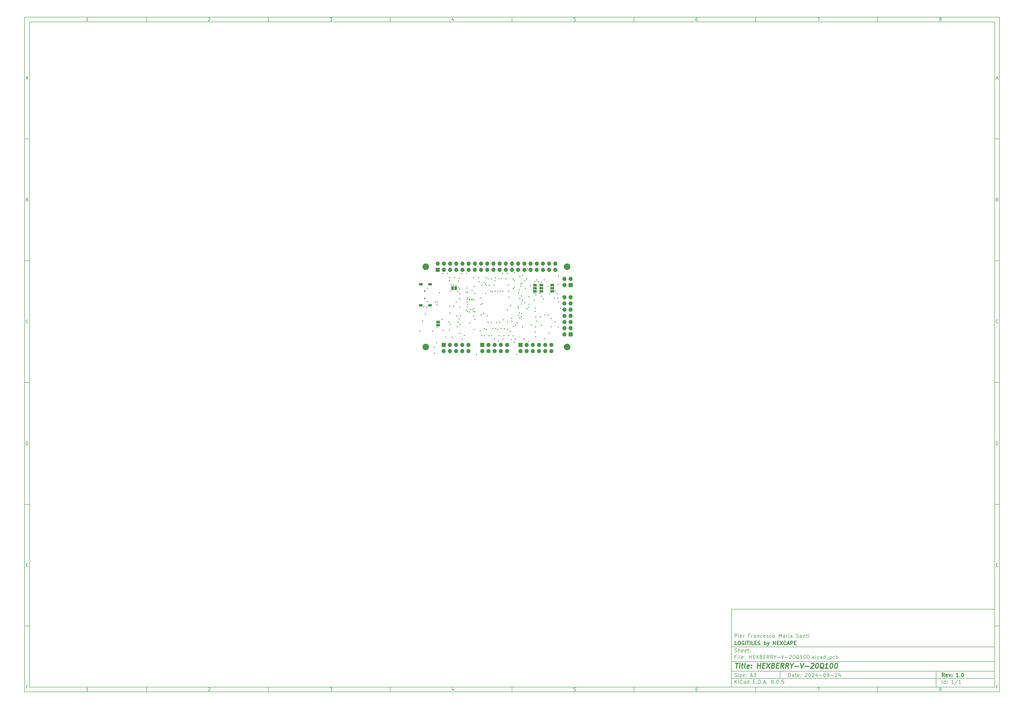
<source format=gbs>
%TF.GenerationSoftware,KiCad,Pcbnew,8.0.5-8.0.5-0~ubuntu24.04.1*%
%TF.CreationDate,2024-09-24T12:38:38+02:00*%
%TF.ProjectId,HEXBERRY-V-20Q100,48455842-4552-4525-992d-562d32305131,1.0*%
%TF.SameCoordinates,PX5f5e100PY5f5e100*%
%TF.FileFunction,Soldermask,Bot*%
%TF.FilePolarity,Negative*%
%FSLAX46Y46*%
G04 Gerber Fmt 4.6, Leading zero omitted, Abs format (unit mm)*
G04 Created by KiCad (PCBNEW 8.0.5-8.0.5-0~ubuntu24.04.1) date 2024-09-24 12:38:38*
%MOMM*%
%LPD*%
G01*
G04 APERTURE LIST*
G04 Aperture macros list*
%AMRoundRect*
0 Rectangle with rounded corners*
0 $1 Rounding radius*
0 $2 $3 $4 $5 $6 $7 $8 $9 X,Y pos of 4 corners*
0 Add a 4 corners polygon primitive as box body*
4,1,4,$2,$3,$4,$5,$6,$7,$8,$9,$2,$3,0*
0 Add four circle primitives for the rounded corners*
1,1,$1+$1,$2,$3*
1,1,$1+$1,$4,$5*
1,1,$1+$1,$6,$7*
1,1,$1+$1,$8,$9*
0 Add four rect primitives between the rounded corners*
20,1,$1+$1,$2,$3,$4,$5,0*
20,1,$1+$1,$4,$5,$6,$7,0*
20,1,$1+$1,$6,$7,$8,$9,0*
20,1,$1+$1,$8,$9,$2,$3,0*%
G04 Aperture macros list end*
%ADD10C,0.100000*%
%ADD11C,0.150000*%
%ADD12C,0.300000*%
%ADD13C,0.400000*%
%ADD14R,1.700000X1.700000*%
%ADD15O,1.700000X1.700000*%
%ADD16C,2.700000*%
%ADD17O,1.700000X1.100000*%
%ADD18R,1.500000X1.000000*%
%ADD19R,1.000000X1.500000*%
%ADD20RoundRect,0.135000X-0.135000X-0.185000X0.135000X-0.185000X0.135000X0.185000X-0.135000X0.185000X0*%
%ADD21C,0.457200*%
%ADD22C,0.635000*%
G04 APERTURE END LIST*
D10*
D11*
X199989000Y-153002200D02*
X307989000Y-153002200D01*
X307989000Y-185002200D01*
X199989000Y-185002200D01*
X199989000Y-153002200D01*
D10*
D11*
X-90000000Y90000000D02*
X309989000Y90000000D01*
X309989000Y-187002200D01*
X-90000000Y-187002200D01*
X-90000000Y90000000D01*
D10*
D11*
X-88000000Y88000000D02*
X307989000Y88000000D01*
X307989000Y-185002200D01*
X-88000000Y-185002200D01*
X-88000000Y88000000D01*
D10*
D11*
X-40000000Y88000000D02*
X-40000000Y90000000D01*
D10*
D11*
X10000000Y88000000D02*
X10000000Y90000000D01*
D10*
D11*
X60000000Y88000000D02*
X60000000Y90000000D01*
D10*
D11*
X110000000Y88000000D02*
X110000000Y90000000D01*
D10*
D11*
X160000000Y88000000D02*
X160000000Y90000000D01*
D10*
D11*
X210000000Y88000000D02*
X210000000Y90000000D01*
D10*
D11*
X260000000Y88000000D02*
X260000000Y90000000D01*
D10*
D11*
X-63910840Y88406396D02*
X-64653697Y88406396D01*
X-64282269Y88406396D02*
X-64282269Y89706396D01*
X-64282269Y89706396D02*
X-64406078Y89520681D01*
X-64406078Y89520681D02*
X-64529888Y89396872D01*
X-64529888Y89396872D02*
X-64653697Y89334967D01*
D10*
D11*
X-14653697Y89582586D02*
X-14591793Y89644491D01*
X-14591793Y89644491D02*
X-14467983Y89706396D01*
X-14467983Y89706396D02*
X-14158459Y89706396D01*
X-14158459Y89706396D02*
X-14034650Y89644491D01*
X-14034650Y89644491D02*
X-13972745Y89582586D01*
X-13972745Y89582586D02*
X-13910840Y89458777D01*
X-13910840Y89458777D02*
X-13910840Y89334967D01*
X-13910840Y89334967D02*
X-13972745Y89149253D01*
X-13972745Y89149253D02*
X-14715602Y88406396D01*
X-14715602Y88406396D02*
X-13910840Y88406396D01*
D10*
D11*
X35284398Y89706396D02*
X36089160Y89706396D01*
X36089160Y89706396D02*
X35655826Y89211158D01*
X35655826Y89211158D02*
X35841541Y89211158D01*
X35841541Y89211158D02*
X35965350Y89149253D01*
X35965350Y89149253D02*
X36027255Y89087348D01*
X36027255Y89087348D02*
X36089160Y88963539D01*
X36089160Y88963539D02*
X36089160Y88654015D01*
X36089160Y88654015D02*
X36027255Y88530205D01*
X36027255Y88530205D02*
X35965350Y88468300D01*
X35965350Y88468300D02*
X35841541Y88406396D01*
X35841541Y88406396D02*
X35470112Y88406396D01*
X35470112Y88406396D02*
X35346303Y88468300D01*
X35346303Y88468300D02*
X35284398Y88530205D01*
D10*
D11*
X85965350Y89273062D02*
X85965350Y88406396D01*
X85655826Y89768300D02*
X85346303Y88839729D01*
X85346303Y88839729D02*
X86151064Y88839729D01*
D10*
D11*
X136027255Y89706396D02*
X135408207Y89706396D01*
X135408207Y89706396D02*
X135346303Y89087348D01*
X135346303Y89087348D02*
X135408207Y89149253D01*
X135408207Y89149253D02*
X135532017Y89211158D01*
X135532017Y89211158D02*
X135841541Y89211158D01*
X135841541Y89211158D02*
X135965350Y89149253D01*
X135965350Y89149253D02*
X136027255Y89087348D01*
X136027255Y89087348D02*
X136089160Y88963539D01*
X136089160Y88963539D02*
X136089160Y88654015D01*
X136089160Y88654015D02*
X136027255Y88530205D01*
X136027255Y88530205D02*
X135965350Y88468300D01*
X135965350Y88468300D02*
X135841541Y88406396D01*
X135841541Y88406396D02*
X135532017Y88406396D01*
X135532017Y88406396D02*
X135408207Y88468300D01*
X135408207Y88468300D02*
X135346303Y88530205D01*
D10*
D11*
X185965350Y89706396D02*
X185717731Y89706396D01*
X185717731Y89706396D02*
X185593922Y89644491D01*
X185593922Y89644491D02*
X185532017Y89582586D01*
X185532017Y89582586D02*
X185408207Y89396872D01*
X185408207Y89396872D02*
X185346303Y89149253D01*
X185346303Y89149253D02*
X185346303Y88654015D01*
X185346303Y88654015D02*
X185408207Y88530205D01*
X185408207Y88530205D02*
X185470112Y88468300D01*
X185470112Y88468300D02*
X185593922Y88406396D01*
X185593922Y88406396D02*
X185841541Y88406396D01*
X185841541Y88406396D02*
X185965350Y88468300D01*
X185965350Y88468300D02*
X186027255Y88530205D01*
X186027255Y88530205D02*
X186089160Y88654015D01*
X186089160Y88654015D02*
X186089160Y88963539D01*
X186089160Y88963539D02*
X186027255Y89087348D01*
X186027255Y89087348D02*
X185965350Y89149253D01*
X185965350Y89149253D02*
X185841541Y89211158D01*
X185841541Y89211158D02*
X185593922Y89211158D01*
X185593922Y89211158D02*
X185470112Y89149253D01*
X185470112Y89149253D02*
X185408207Y89087348D01*
X185408207Y89087348D02*
X185346303Y88963539D01*
D10*
D11*
X235284398Y89706396D02*
X236151064Y89706396D01*
X236151064Y89706396D02*
X235593922Y88406396D01*
D10*
D11*
X285593922Y89149253D02*
X285470112Y89211158D01*
X285470112Y89211158D02*
X285408207Y89273062D01*
X285408207Y89273062D02*
X285346303Y89396872D01*
X285346303Y89396872D02*
X285346303Y89458777D01*
X285346303Y89458777D02*
X285408207Y89582586D01*
X285408207Y89582586D02*
X285470112Y89644491D01*
X285470112Y89644491D02*
X285593922Y89706396D01*
X285593922Y89706396D02*
X285841541Y89706396D01*
X285841541Y89706396D02*
X285965350Y89644491D01*
X285965350Y89644491D02*
X286027255Y89582586D01*
X286027255Y89582586D02*
X286089160Y89458777D01*
X286089160Y89458777D02*
X286089160Y89396872D01*
X286089160Y89396872D02*
X286027255Y89273062D01*
X286027255Y89273062D02*
X285965350Y89211158D01*
X285965350Y89211158D02*
X285841541Y89149253D01*
X285841541Y89149253D02*
X285593922Y89149253D01*
X285593922Y89149253D02*
X285470112Y89087348D01*
X285470112Y89087348D02*
X285408207Y89025443D01*
X285408207Y89025443D02*
X285346303Y88901634D01*
X285346303Y88901634D02*
X285346303Y88654015D01*
X285346303Y88654015D02*
X285408207Y88530205D01*
X285408207Y88530205D02*
X285470112Y88468300D01*
X285470112Y88468300D02*
X285593922Y88406396D01*
X285593922Y88406396D02*
X285841541Y88406396D01*
X285841541Y88406396D02*
X285965350Y88468300D01*
X285965350Y88468300D02*
X286027255Y88530205D01*
X286027255Y88530205D02*
X286089160Y88654015D01*
X286089160Y88654015D02*
X286089160Y88901634D01*
X286089160Y88901634D02*
X286027255Y89025443D01*
X286027255Y89025443D02*
X285965350Y89087348D01*
X285965350Y89087348D02*
X285841541Y89149253D01*
D10*
D11*
X-40000000Y-185002200D02*
X-40000000Y-187002200D01*
D10*
D11*
X10000000Y-185002200D02*
X10000000Y-187002200D01*
D10*
D11*
X60000000Y-185002200D02*
X60000000Y-187002200D01*
D10*
D11*
X110000000Y-185002200D02*
X110000000Y-187002200D01*
D10*
D11*
X160000000Y-185002200D02*
X160000000Y-187002200D01*
D10*
D11*
X210000000Y-185002200D02*
X210000000Y-187002200D01*
D10*
D11*
X260000000Y-185002200D02*
X260000000Y-187002200D01*
D10*
D11*
X-63910840Y-186595804D02*
X-64653697Y-186595804D01*
X-64282269Y-186595804D02*
X-64282269Y-185295804D01*
X-64282269Y-185295804D02*
X-64406078Y-185481519D01*
X-64406078Y-185481519D02*
X-64529888Y-185605328D01*
X-64529888Y-185605328D02*
X-64653697Y-185667233D01*
D10*
D11*
X-14653697Y-185419614D02*
X-14591793Y-185357709D01*
X-14591793Y-185357709D02*
X-14467983Y-185295804D01*
X-14467983Y-185295804D02*
X-14158459Y-185295804D01*
X-14158459Y-185295804D02*
X-14034650Y-185357709D01*
X-14034650Y-185357709D02*
X-13972745Y-185419614D01*
X-13972745Y-185419614D02*
X-13910840Y-185543423D01*
X-13910840Y-185543423D02*
X-13910840Y-185667233D01*
X-13910840Y-185667233D02*
X-13972745Y-185852947D01*
X-13972745Y-185852947D02*
X-14715602Y-186595804D01*
X-14715602Y-186595804D02*
X-13910840Y-186595804D01*
D10*
D11*
X35284398Y-185295804D02*
X36089160Y-185295804D01*
X36089160Y-185295804D02*
X35655826Y-185791042D01*
X35655826Y-185791042D02*
X35841541Y-185791042D01*
X35841541Y-185791042D02*
X35965350Y-185852947D01*
X35965350Y-185852947D02*
X36027255Y-185914852D01*
X36027255Y-185914852D02*
X36089160Y-186038661D01*
X36089160Y-186038661D02*
X36089160Y-186348185D01*
X36089160Y-186348185D02*
X36027255Y-186471995D01*
X36027255Y-186471995D02*
X35965350Y-186533900D01*
X35965350Y-186533900D02*
X35841541Y-186595804D01*
X35841541Y-186595804D02*
X35470112Y-186595804D01*
X35470112Y-186595804D02*
X35346303Y-186533900D01*
X35346303Y-186533900D02*
X35284398Y-186471995D01*
D10*
D11*
X85965350Y-185729138D02*
X85965350Y-186595804D01*
X85655826Y-185233900D02*
X85346303Y-186162471D01*
X85346303Y-186162471D02*
X86151064Y-186162471D01*
D10*
D11*
X136027255Y-185295804D02*
X135408207Y-185295804D01*
X135408207Y-185295804D02*
X135346303Y-185914852D01*
X135346303Y-185914852D02*
X135408207Y-185852947D01*
X135408207Y-185852947D02*
X135532017Y-185791042D01*
X135532017Y-185791042D02*
X135841541Y-185791042D01*
X135841541Y-185791042D02*
X135965350Y-185852947D01*
X135965350Y-185852947D02*
X136027255Y-185914852D01*
X136027255Y-185914852D02*
X136089160Y-186038661D01*
X136089160Y-186038661D02*
X136089160Y-186348185D01*
X136089160Y-186348185D02*
X136027255Y-186471995D01*
X136027255Y-186471995D02*
X135965350Y-186533900D01*
X135965350Y-186533900D02*
X135841541Y-186595804D01*
X135841541Y-186595804D02*
X135532017Y-186595804D01*
X135532017Y-186595804D02*
X135408207Y-186533900D01*
X135408207Y-186533900D02*
X135346303Y-186471995D01*
D10*
D11*
X185965350Y-185295804D02*
X185717731Y-185295804D01*
X185717731Y-185295804D02*
X185593922Y-185357709D01*
X185593922Y-185357709D02*
X185532017Y-185419614D01*
X185532017Y-185419614D02*
X185408207Y-185605328D01*
X185408207Y-185605328D02*
X185346303Y-185852947D01*
X185346303Y-185852947D02*
X185346303Y-186348185D01*
X185346303Y-186348185D02*
X185408207Y-186471995D01*
X185408207Y-186471995D02*
X185470112Y-186533900D01*
X185470112Y-186533900D02*
X185593922Y-186595804D01*
X185593922Y-186595804D02*
X185841541Y-186595804D01*
X185841541Y-186595804D02*
X185965350Y-186533900D01*
X185965350Y-186533900D02*
X186027255Y-186471995D01*
X186027255Y-186471995D02*
X186089160Y-186348185D01*
X186089160Y-186348185D02*
X186089160Y-186038661D01*
X186089160Y-186038661D02*
X186027255Y-185914852D01*
X186027255Y-185914852D02*
X185965350Y-185852947D01*
X185965350Y-185852947D02*
X185841541Y-185791042D01*
X185841541Y-185791042D02*
X185593922Y-185791042D01*
X185593922Y-185791042D02*
X185470112Y-185852947D01*
X185470112Y-185852947D02*
X185408207Y-185914852D01*
X185408207Y-185914852D02*
X185346303Y-186038661D01*
D10*
D11*
X235284398Y-185295804D02*
X236151064Y-185295804D01*
X236151064Y-185295804D02*
X235593922Y-186595804D01*
D10*
D11*
X285593922Y-185852947D02*
X285470112Y-185791042D01*
X285470112Y-185791042D02*
X285408207Y-185729138D01*
X285408207Y-185729138D02*
X285346303Y-185605328D01*
X285346303Y-185605328D02*
X285346303Y-185543423D01*
X285346303Y-185543423D02*
X285408207Y-185419614D01*
X285408207Y-185419614D02*
X285470112Y-185357709D01*
X285470112Y-185357709D02*
X285593922Y-185295804D01*
X285593922Y-185295804D02*
X285841541Y-185295804D01*
X285841541Y-185295804D02*
X285965350Y-185357709D01*
X285965350Y-185357709D02*
X286027255Y-185419614D01*
X286027255Y-185419614D02*
X286089160Y-185543423D01*
X286089160Y-185543423D02*
X286089160Y-185605328D01*
X286089160Y-185605328D02*
X286027255Y-185729138D01*
X286027255Y-185729138D02*
X285965350Y-185791042D01*
X285965350Y-185791042D02*
X285841541Y-185852947D01*
X285841541Y-185852947D02*
X285593922Y-185852947D01*
X285593922Y-185852947D02*
X285470112Y-185914852D01*
X285470112Y-185914852D02*
X285408207Y-185976757D01*
X285408207Y-185976757D02*
X285346303Y-186100566D01*
X285346303Y-186100566D02*
X285346303Y-186348185D01*
X285346303Y-186348185D02*
X285408207Y-186471995D01*
X285408207Y-186471995D02*
X285470112Y-186533900D01*
X285470112Y-186533900D02*
X285593922Y-186595804D01*
X285593922Y-186595804D02*
X285841541Y-186595804D01*
X285841541Y-186595804D02*
X285965350Y-186533900D01*
X285965350Y-186533900D02*
X286027255Y-186471995D01*
X286027255Y-186471995D02*
X286089160Y-186348185D01*
X286089160Y-186348185D02*
X286089160Y-186100566D01*
X286089160Y-186100566D02*
X286027255Y-185976757D01*
X286027255Y-185976757D02*
X285965350Y-185914852D01*
X285965350Y-185914852D02*
X285841541Y-185852947D01*
D10*
D11*
X-90000000Y40000000D02*
X-88000000Y40000000D01*
D10*
D11*
X-90000000Y-10000000D02*
X-88000000Y-10000000D01*
D10*
D11*
X-90000000Y-60000000D02*
X-88000000Y-60000000D01*
D10*
D11*
X-90000000Y-110000000D02*
X-88000000Y-110000000D01*
D10*
D11*
X-90000000Y-160000000D02*
X-88000000Y-160000000D01*
D10*
D11*
X-89309524Y64777824D02*
X-88690477Y64777824D01*
X-89433334Y64406396D02*
X-89000001Y65706396D01*
X-89000001Y65706396D02*
X-88566667Y64406396D01*
D10*
D11*
X-88907143Y15087348D02*
X-88721429Y15025443D01*
X-88721429Y15025443D02*
X-88659524Y14963539D01*
X-88659524Y14963539D02*
X-88597620Y14839729D01*
X-88597620Y14839729D02*
X-88597620Y14654015D01*
X-88597620Y14654015D02*
X-88659524Y14530205D01*
X-88659524Y14530205D02*
X-88721429Y14468300D01*
X-88721429Y14468300D02*
X-88845239Y14406396D01*
X-88845239Y14406396D02*
X-89340477Y14406396D01*
X-89340477Y14406396D02*
X-89340477Y15706396D01*
X-89340477Y15706396D02*
X-88907143Y15706396D01*
X-88907143Y15706396D02*
X-88783334Y15644491D01*
X-88783334Y15644491D02*
X-88721429Y15582586D01*
X-88721429Y15582586D02*
X-88659524Y15458777D01*
X-88659524Y15458777D02*
X-88659524Y15334967D01*
X-88659524Y15334967D02*
X-88721429Y15211158D01*
X-88721429Y15211158D02*
X-88783334Y15149253D01*
X-88783334Y15149253D02*
X-88907143Y15087348D01*
X-88907143Y15087348D02*
X-89340477Y15087348D01*
D10*
D11*
X-88597620Y-35469795D02*
X-88659524Y-35531700D01*
X-88659524Y-35531700D02*
X-88845239Y-35593604D01*
X-88845239Y-35593604D02*
X-88969048Y-35593604D01*
X-88969048Y-35593604D02*
X-89154762Y-35531700D01*
X-89154762Y-35531700D02*
X-89278572Y-35407890D01*
X-89278572Y-35407890D02*
X-89340477Y-35284080D01*
X-89340477Y-35284080D02*
X-89402381Y-35036461D01*
X-89402381Y-35036461D02*
X-89402381Y-34850747D01*
X-89402381Y-34850747D02*
X-89340477Y-34603128D01*
X-89340477Y-34603128D02*
X-89278572Y-34479319D01*
X-89278572Y-34479319D02*
X-89154762Y-34355509D01*
X-89154762Y-34355509D02*
X-88969048Y-34293604D01*
X-88969048Y-34293604D02*
X-88845239Y-34293604D01*
X-88845239Y-34293604D02*
X-88659524Y-34355509D01*
X-88659524Y-34355509D02*
X-88597620Y-34417414D01*
D10*
D11*
X-89340477Y-85593604D02*
X-89340477Y-84293604D01*
X-89340477Y-84293604D02*
X-89030953Y-84293604D01*
X-89030953Y-84293604D02*
X-88845239Y-84355509D01*
X-88845239Y-84355509D02*
X-88721429Y-84479319D01*
X-88721429Y-84479319D02*
X-88659524Y-84603128D01*
X-88659524Y-84603128D02*
X-88597620Y-84850747D01*
X-88597620Y-84850747D02*
X-88597620Y-85036461D01*
X-88597620Y-85036461D02*
X-88659524Y-85284080D01*
X-88659524Y-85284080D02*
X-88721429Y-85407890D01*
X-88721429Y-85407890D02*
X-88845239Y-85531700D01*
X-88845239Y-85531700D02*
X-89030953Y-85593604D01*
X-89030953Y-85593604D02*
X-89340477Y-85593604D01*
D10*
D11*
X-89278572Y-134912652D02*
X-88845238Y-134912652D01*
X-88659524Y-135593604D02*
X-89278572Y-135593604D01*
X-89278572Y-135593604D02*
X-89278572Y-134293604D01*
X-89278572Y-134293604D02*
X-88659524Y-134293604D01*
D10*
D11*
X-88814286Y-184912652D02*
X-89247620Y-184912652D01*
X-89247620Y-185593604D02*
X-89247620Y-184293604D01*
X-89247620Y-184293604D02*
X-88628572Y-184293604D01*
D10*
D11*
X309989000Y40000000D02*
X307989000Y40000000D01*
D10*
D11*
X309989000Y-10000000D02*
X307989000Y-10000000D01*
D10*
D11*
X309989000Y-60000000D02*
X307989000Y-60000000D01*
D10*
D11*
X309989000Y-110000000D02*
X307989000Y-110000000D01*
D10*
D11*
X309989000Y-160000000D02*
X307989000Y-160000000D01*
D10*
D11*
X308679476Y64777824D02*
X309298523Y64777824D01*
X308555666Y64406396D02*
X308988999Y65706396D01*
X308988999Y65706396D02*
X309422333Y64406396D01*
D10*
D11*
X309081857Y15087348D02*
X309267571Y15025443D01*
X309267571Y15025443D02*
X309329476Y14963539D01*
X309329476Y14963539D02*
X309391380Y14839729D01*
X309391380Y14839729D02*
X309391380Y14654015D01*
X309391380Y14654015D02*
X309329476Y14530205D01*
X309329476Y14530205D02*
X309267571Y14468300D01*
X309267571Y14468300D02*
X309143761Y14406396D01*
X309143761Y14406396D02*
X308648523Y14406396D01*
X308648523Y14406396D02*
X308648523Y15706396D01*
X308648523Y15706396D02*
X309081857Y15706396D01*
X309081857Y15706396D02*
X309205666Y15644491D01*
X309205666Y15644491D02*
X309267571Y15582586D01*
X309267571Y15582586D02*
X309329476Y15458777D01*
X309329476Y15458777D02*
X309329476Y15334967D01*
X309329476Y15334967D02*
X309267571Y15211158D01*
X309267571Y15211158D02*
X309205666Y15149253D01*
X309205666Y15149253D02*
X309081857Y15087348D01*
X309081857Y15087348D02*
X308648523Y15087348D01*
D10*
D11*
X309391380Y-35469795D02*
X309329476Y-35531700D01*
X309329476Y-35531700D02*
X309143761Y-35593604D01*
X309143761Y-35593604D02*
X309019952Y-35593604D01*
X309019952Y-35593604D02*
X308834238Y-35531700D01*
X308834238Y-35531700D02*
X308710428Y-35407890D01*
X308710428Y-35407890D02*
X308648523Y-35284080D01*
X308648523Y-35284080D02*
X308586619Y-35036461D01*
X308586619Y-35036461D02*
X308586619Y-34850747D01*
X308586619Y-34850747D02*
X308648523Y-34603128D01*
X308648523Y-34603128D02*
X308710428Y-34479319D01*
X308710428Y-34479319D02*
X308834238Y-34355509D01*
X308834238Y-34355509D02*
X309019952Y-34293604D01*
X309019952Y-34293604D02*
X309143761Y-34293604D01*
X309143761Y-34293604D02*
X309329476Y-34355509D01*
X309329476Y-34355509D02*
X309391380Y-34417414D01*
D10*
D11*
X308648523Y-85593604D02*
X308648523Y-84293604D01*
X308648523Y-84293604D02*
X308958047Y-84293604D01*
X308958047Y-84293604D02*
X309143761Y-84355509D01*
X309143761Y-84355509D02*
X309267571Y-84479319D01*
X309267571Y-84479319D02*
X309329476Y-84603128D01*
X309329476Y-84603128D02*
X309391380Y-84850747D01*
X309391380Y-84850747D02*
X309391380Y-85036461D01*
X309391380Y-85036461D02*
X309329476Y-85284080D01*
X309329476Y-85284080D02*
X309267571Y-85407890D01*
X309267571Y-85407890D02*
X309143761Y-85531700D01*
X309143761Y-85531700D02*
X308958047Y-85593604D01*
X308958047Y-85593604D02*
X308648523Y-85593604D01*
D10*
D11*
X308710428Y-134912652D02*
X309143762Y-134912652D01*
X309329476Y-135593604D02*
X308710428Y-135593604D01*
X308710428Y-135593604D02*
X308710428Y-134293604D01*
X308710428Y-134293604D02*
X309329476Y-134293604D01*
D10*
D11*
X309174714Y-184912652D02*
X308741380Y-184912652D01*
X308741380Y-185593604D02*
X308741380Y-184293604D01*
X308741380Y-184293604D02*
X309360428Y-184293604D01*
D10*
D11*
X223444826Y-180788328D02*
X223444826Y-179288328D01*
X223444826Y-179288328D02*
X223801969Y-179288328D01*
X223801969Y-179288328D02*
X224016255Y-179359757D01*
X224016255Y-179359757D02*
X224159112Y-179502614D01*
X224159112Y-179502614D02*
X224230541Y-179645471D01*
X224230541Y-179645471D02*
X224301969Y-179931185D01*
X224301969Y-179931185D02*
X224301969Y-180145471D01*
X224301969Y-180145471D02*
X224230541Y-180431185D01*
X224230541Y-180431185D02*
X224159112Y-180574042D01*
X224159112Y-180574042D02*
X224016255Y-180716900D01*
X224016255Y-180716900D02*
X223801969Y-180788328D01*
X223801969Y-180788328D02*
X223444826Y-180788328D01*
X225587684Y-180788328D02*
X225587684Y-180002614D01*
X225587684Y-180002614D02*
X225516255Y-179859757D01*
X225516255Y-179859757D02*
X225373398Y-179788328D01*
X225373398Y-179788328D02*
X225087684Y-179788328D01*
X225087684Y-179788328D02*
X224944826Y-179859757D01*
X225587684Y-180716900D02*
X225444826Y-180788328D01*
X225444826Y-180788328D02*
X225087684Y-180788328D01*
X225087684Y-180788328D02*
X224944826Y-180716900D01*
X224944826Y-180716900D02*
X224873398Y-180574042D01*
X224873398Y-180574042D02*
X224873398Y-180431185D01*
X224873398Y-180431185D02*
X224944826Y-180288328D01*
X224944826Y-180288328D02*
X225087684Y-180216900D01*
X225087684Y-180216900D02*
X225444826Y-180216900D01*
X225444826Y-180216900D02*
X225587684Y-180145471D01*
X226087684Y-179788328D02*
X226659112Y-179788328D01*
X226301969Y-179288328D02*
X226301969Y-180574042D01*
X226301969Y-180574042D02*
X226373398Y-180716900D01*
X226373398Y-180716900D02*
X226516255Y-180788328D01*
X226516255Y-180788328D02*
X226659112Y-180788328D01*
X227730541Y-180716900D02*
X227587684Y-180788328D01*
X227587684Y-180788328D02*
X227301970Y-180788328D01*
X227301970Y-180788328D02*
X227159112Y-180716900D01*
X227159112Y-180716900D02*
X227087684Y-180574042D01*
X227087684Y-180574042D02*
X227087684Y-180002614D01*
X227087684Y-180002614D02*
X227159112Y-179859757D01*
X227159112Y-179859757D02*
X227301970Y-179788328D01*
X227301970Y-179788328D02*
X227587684Y-179788328D01*
X227587684Y-179788328D02*
X227730541Y-179859757D01*
X227730541Y-179859757D02*
X227801970Y-180002614D01*
X227801970Y-180002614D02*
X227801970Y-180145471D01*
X227801970Y-180145471D02*
X227087684Y-180288328D01*
X228444826Y-180645471D02*
X228516255Y-180716900D01*
X228516255Y-180716900D02*
X228444826Y-180788328D01*
X228444826Y-180788328D02*
X228373398Y-180716900D01*
X228373398Y-180716900D02*
X228444826Y-180645471D01*
X228444826Y-180645471D02*
X228444826Y-180788328D01*
X228444826Y-179859757D02*
X228516255Y-179931185D01*
X228516255Y-179931185D02*
X228444826Y-180002614D01*
X228444826Y-180002614D02*
X228373398Y-179931185D01*
X228373398Y-179931185D02*
X228444826Y-179859757D01*
X228444826Y-179859757D02*
X228444826Y-180002614D01*
X230230541Y-179431185D02*
X230301969Y-179359757D01*
X230301969Y-179359757D02*
X230444827Y-179288328D01*
X230444827Y-179288328D02*
X230801969Y-179288328D01*
X230801969Y-179288328D02*
X230944827Y-179359757D01*
X230944827Y-179359757D02*
X231016255Y-179431185D01*
X231016255Y-179431185D02*
X231087684Y-179574042D01*
X231087684Y-179574042D02*
X231087684Y-179716900D01*
X231087684Y-179716900D02*
X231016255Y-179931185D01*
X231016255Y-179931185D02*
X230159112Y-180788328D01*
X230159112Y-180788328D02*
X231087684Y-180788328D01*
X232016255Y-179288328D02*
X232159112Y-179288328D01*
X232159112Y-179288328D02*
X232301969Y-179359757D01*
X232301969Y-179359757D02*
X232373398Y-179431185D01*
X232373398Y-179431185D02*
X232444826Y-179574042D01*
X232444826Y-179574042D02*
X232516255Y-179859757D01*
X232516255Y-179859757D02*
X232516255Y-180216900D01*
X232516255Y-180216900D02*
X232444826Y-180502614D01*
X232444826Y-180502614D02*
X232373398Y-180645471D01*
X232373398Y-180645471D02*
X232301969Y-180716900D01*
X232301969Y-180716900D02*
X232159112Y-180788328D01*
X232159112Y-180788328D02*
X232016255Y-180788328D01*
X232016255Y-180788328D02*
X231873398Y-180716900D01*
X231873398Y-180716900D02*
X231801969Y-180645471D01*
X231801969Y-180645471D02*
X231730540Y-180502614D01*
X231730540Y-180502614D02*
X231659112Y-180216900D01*
X231659112Y-180216900D02*
X231659112Y-179859757D01*
X231659112Y-179859757D02*
X231730540Y-179574042D01*
X231730540Y-179574042D02*
X231801969Y-179431185D01*
X231801969Y-179431185D02*
X231873398Y-179359757D01*
X231873398Y-179359757D02*
X232016255Y-179288328D01*
X233087683Y-179431185D02*
X233159111Y-179359757D01*
X233159111Y-179359757D02*
X233301969Y-179288328D01*
X233301969Y-179288328D02*
X233659111Y-179288328D01*
X233659111Y-179288328D02*
X233801969Y-179359757D01*
X233801969Y-179359757D02*
X233873397Y-179431185D01*
X233873397Y-179431185D02*
X233944826Y-179574042D01*
X233944826Y-179574042D02*
X233944826Y-179716900D01*
X233944826Y-179716900D02*
X233873397Y-179931185D01*
X233873397Y-179931185D02*
X233016254Y-180788328D01*
X233016254Y-180788328D02*
X233944826Y-180788328D01*
X235230540Y-179788328D02*
X235230540Y-180788328D01*
X234873397Y-179216900D02*
X234516254Y-180288328D01*
X234516254Y-180288328D02*
X235444825Y-180288328D01*
X236016253Y-180216900D02*
X237159111Y-180216900D01*
X238159111Y-179288328D02*
X238301968Y-179288328D01*
X238301968Y-179288328D02*
X238444825Y-179359757D01*
X238444825Y-179359757D02*
X238516254Y-179431185D01*
X238516254Y-179431185D02*
X238587682Y-179574042D01*
X238587682Y-179574042D02*
X238659111Y-179859757D01*
X238659111Y-179859757D02*
X238659111Y-180216900D01*
X238659111Y-180216900D02*
X238587682Y-180502614D01*
X238587682Y-180502614D02*
X238516254Y-180645471D01*
X238516254Y-180645471D02*
X238444825Y-180716900D01*
X238444825Y-180716900D02*
X238301968Y-180788328D01*
X238301968Y-180788328D02*
X238159111Y-180788328D01*
X238159111Y-180788328D02*
X238016254Y-180716900D01*
X238016254Y-180716900D02*
X237944825Y-180645471D01*
X237944825Y-180645471D02*
X237873396Y-180502614D01*
X237873396Y-180502614D02*
X237801968Y-180216900D01*
X237801968Y-180216900D02*
X237801968Y-179859757D01*
X237801968Y-179859757D02*
X237873396Y-179574042D01*
X237873396Y-179574042D02*
X237944825Y-179431185D01*
X237944825Y-179431185D02*
X238016254Y-179359757D01*
X238016254Y-179359757D02*
X238159111Y-179288328D01*
X239373396Y-180788328D02*
X239659110Y-180788328D01*
X239659110Y-180788328D02*
X239801967Y-180716900D01*
X239801967Y-180716900D02*
X239873396Y-180645471D01*
X239873396Y-180645471D02*
X240016253Y-180431185D01*
X240016253Y-180431185D02*
X240087682Y-180145471D01*
X240087682Y-180145471D02*
X240087682Y-179574042D01*
X240087682Y-179574042D02*
X240016253Y-179431185D01*
X240016253Y-179431185D02*
X239944825Y-179359757D01*
X239944825Y-179359757D02*
X239801967Y-179288328D01*
X239801967Y-179288328D02*
X239516253Y-179288328D01*
X239516253Y-179288328D02*
X239373396Y-179359757D01*
X239373396Y-179359757D02*
X239301967Y-179431185D01*
X239301967Y-179431185D02*
X239230539Y-179574042D01*
X239230539Y-179574042D02*
X239230539Y-179931185D01*
X239230539Y-179931185D02*
X239301967Y-180074042D01*
X239301967Y-180074042D02*
X239373396Y-180145471D01*
X239373396Y-180145471D02*
X239516253Y-180216900D01*
X239516253Y-180216900D02*
X239801967Y-180216900D01*
X239801967Y-180216900D02*
X239944825Y-180145471D01*
X239944825Y-180145471D02*
X240016253Y-180074042D01*
X240016253Y-180074042D02*
X240087682Y-179931185D01*
X240730538Y-180216900D02*
X241873396Y-180216900D01*
X242516253Y-179431185D02*
X242587681Y-179359757D01*
X242587681Y-179359757D02*
X242730539Y-179288328D01*
X242730539Y-179288328D02*
X243087681Y-179288328D01*
X243087681Y-179288328D02*
X243230539Y-179359757D01*
X243230539Y-179359757D02*
X243301967Y-179431185D01*
X243301967Y-179431185D02*
X243373396Y-179574042D01*
X243373396Y-179574042D02*
X243373396Y-179716900D01*
X243373396Y-179716900D02*
X243301967Y-179931185D01*
X243301967Y-179931185D02*
X242444824Y-180788328D01*
X242444824Y-180788328D02*
X243373396Y-180788328D01*
X244659110Y-179788328D02*
X244659110Y-180788328D01*
X244301967Y-179216900D02*
X243944824Y-180288328D01*
X243944824Y-180288328D02*
X244873395Y-180288328D01*
D10*
D11*
X199989000Y-181502200D02*
X307989000Y-181502200D01*
D10*
D11*
X201444826Y-183588328D02*
X201444826Y-182088328D01*
X202301969Y-183588328D02*
X201659112Y-182731185D01*
X202301969Y-182088328D02*
X201444826Y-182945471D01*
X202944826Y-183588328D02*
X202944826Y-182588328D01*
X202944826Y-182088328D02*
X202873398Y-182159757D01*
X202873398Y-182159757D02*
X202944826Y-182231185D01*
X202944826Y-182231185D02*
X203016255Y-182159757D01*
X203016255Y-182159757D02*
X202944826Y-182088328D01*
X202944826Y-182088328D02*
X202944826Y-182231185D01*
X204516255Y-183445471D02*
X204444827Y-183516900D01*
X204444827Y-183516900D02*
X204230541Y-183588328D01*
X204230541Y-183588328D02*
X204087684Y-183588328D01*
X204087684Y-183588328D02*
X203873398Y-183516900D01*
X203873398Y-183516900D02*
X203730541Y-183374042D01*
X203730541Y-183374042D02*
X203659112Y-183231185D01*
X203659112Y-183231185D02*
X203587684Y-182945471D01*
X203587684Y-182945471D02*
X203587684Y-182731185D01*
X203587684Y-182731185D02*
X203659112Y-182445471D01*
X203659112Y-182445471D02*
X203730541Y-182302614D01*
X203730541Y-182302614D02*
X203873398Y-182159757D01*
X203873398Y-182159757D02*
X204087684Y-182088328D01*
X204087684Y-182088328D02*
X204230541Y-182088328D01*
X204230541Y-182088328D02*
X204444827Y-182159757D01*
X204444827Y-182159757D02*
X204516255Y-182231185D01*
X205801970Y-183588328D02*
X205801970Y-182802614D01*
X205801970Y-182802614D02*
X205730541Y-182659757D01*
X205730541Y-182659757D02*
X205587684Y-182588328D01*
X205587684Y-182588328D02*
X205301970Y-182588328D01*
X205301970Y-182588328D02*
X205159112Y-182659757D01*
X205801970Y-183516900D02*
X205659112Y-183588328D01*
X205659112Y-183588328D02*
X205301970Y-183588328D01*
X205301970Y-183588328D02*
X205159112Y-183516900D01*
X205159112Y-183516900D02*
X205087684Y-183374042D01*
X205087684Y-183374042D02*
X205087684Y-183231185D01*
X205087684Y-183231185D02*
X205159112Y-183088328D01*
X205159112Y-183088328D02*
X205301970Y-183016900D01*
X205301970Y-183016900D02*
X205659112Y-183016900D01*
X205659112Y-183016900D02*
X205801970Y-182945471D01*
X207159113Y-183588328D02*
X207159113Y-182088328D01*
X207159113Y-183516900D02*
X207016255Y-183588328D01*
X207016255Y-183588328D02*
X206730541Y-183588328D01*
X206730541Y-183588328D02*
X206587684Y-183516900D01*
X206587684Y-183516900D02*
X206516255Y-183445471D01*
X206516255Y-183445471D02*
X206444827Y-183302614D01*
X206444827Y-183302614D02*
X206444827Y-182874042D01*
X206444827Y-182874042D02*
X206516255Y-182731185D01*
X206516255Y-182731185D02*
X206587684Y-182659757D01*
X206587684Y-182659757D02*
X206730541Y-182588328D01*
X206730541Y-182588328D02*
X207016255Y-182588328D01*
X207016255Y-182588328D02*
X207159113Y-182659757D01*
X209016255Y-182802614D02*
X209516255Y-182802614D01*
X209730541Y-183588328D02*
X209016255Y-183588328D01*
X209016255Y-183588328D02*
X209016255Y-182088328D01*
X209016255Y-182088328D02*
X209730541Y-182088328D01*
X210373398Y-183445471D02*
X210444827Y-183516900D01*
X210444827Y-183516900D02*
X210373398Y-183588328D01*
X210373398Y-183588328D02*
X210301970Y-183516900D01*
X210301970Y-183516900D02*
X210373398Y-183445471D01*
X210373398Y-183445471D02*
X210373398Y-183588328D01*
X211087684Y-183588328D02*
X211087684Y-182088328D01*
X211087684Y-182088328D02*
X211444827Y-182088328D01*
X211444827Y-182088328D02*
X211659113Y-182159757D01*
X211659113Y-182159757D02*
X211801970Y-182302614D01*
X211801970Y-182302614D02*
X211873399Y-182445471D01*
X211873399Y-182445471D02*
X211944827Y-182731185D01*
X211944827Y-182731185D02*
X211944827Y-182945471D01*
X211944827Y-182945471D02*
X211873399Y-183231185D01*
X211873399Y-183231185D02*
X211801970Y-183374042D01*
X211801970Y-183374042D02*
X211659113Y-183516900D01*
X211659113Y-183516900D02*
X211444827Y-183588328D01*
X211444827Y-183588328D02*
X211087684Y-183588328D01*
X212587684Y-183445471D02*
X212659113Y-183516900D01*
X212659113Y-183516900D02*
X212587684Y-183588328D01*
X212587684Y-183588328D02*
X212516256Y-183516900D01*
X212516256Y-183516900D02*
X212587684Y-183445471D01*
X212587684Y-183445471D02*
X212587684Y-183588328D01*
X213230542Y-183159757D02*
X213944828Y-183159757D01*
X213087685Y-183588328D02*
X213587685Y-182088328D01*
X213587685Y-182088328D02*
X214087685Y-183588328D01*
X214587684Y-183445471D02*
X214659113Y-183516900D01*
X214659113Y-183516900D02*
X214587684Y-183588328D01*
X214587684Y-183588328D02*
X214516256Y-183516900D01*
X214516256Y-183516900D02*
X214587684Y-183445471D01*
X214587684Y-183445471D02*
X214587684Y-183588328D01*
X216659113Y-182731185D02*
X216516256Y-182659757D01*
X216516256Y-182659757D02*
X216444827Y-182588328D01*
X216444827Y-182588328D02*
X216373399Y-182445471D01*
X216373399Y-182445471D02*
X216373399Y-182374042D01*
X216373399Y-182374042D02*
X216444827Y-182231185D01*
X216444827Y-182231185D02*
X216516256Y-182159757D01*
X216516256Y-182159757D02*
X216659113Y-182088328D01*
X216659113Y-182088328D02*
X216944827Y-182088328D01*
X216944827Y-182088328D02*
X217087685Y-182159757D01*
X217087685Y-182159757D02*
X217159113Y-182231185D01*
X217159113Y-182231185D02*
X217230542Y-182374042D01*
X217230542Y-182374042D02*
X217230542Y-182445471D01*
X217230542Y-182445471D02*
X217159113Y-182588328D01*
X217159113Y-182588328D02*
X217087685Y-182659757D01*
X217087685Y-182659757D02*
X216944827Y-182731185D01*
X216944827Y-182731185D02*
X216659113Y-182731185D01*
X216659113Y-182731185D02*
X216516256Y-182802614D01*
X216516256Y-182802614D02*
X216444827Y-182874042D01*
X216444827Y-182874042D02*
X216373399Y-183016900D01*
X216373399Y-183016900D02*
X216373399Y-183302614D01*
X216373399Y-183302614D02*
X216444827Y-183445471D01*
X216444827Y-183445471D02*
X216516256Y-183516900D01*
X216516256Y-183516900D02*
X216659113Y-183588328D01*
X216659113Y-183588328D02*
X216944827Y-183588328D01*
X216944827Y-183588328D02*
X217087685Y-183516900D01*
X217087685Y-183516900D02*
X217159113Y-183445471D01*
X217159113Y-183445471D02*
X217230542Y-183302614D01*
X217230542Y-183302614D02*
X217230542Y-183016900D01*
X217230542Y-183016900D02*
X217159113Y-182874042D01*
X217159113Y-182874042D02*
X217087685Y-182802614D01*
X217087685Y-182802614D02*
X216944827Y-182731185D01*
X217873398Y-183445471D02*
X217944827Y-183516900D01*
X217944827Y-183516900D02*
X217873398Y-183588328D01*
X217873398Y-183588328D02*
X217801970Y-183516900D01*
X217801970Y-183516900D02*
X217873398Y-183445471D01*
X217873398Y-183445471D02*
X217873398Y-183588328D01*
X218873399Y-182088328D02*
X219016256Y-182088328D01*
X219016256Y-182088328D02*
X219159113Y-182159757D01*
X219159113Y-182159757D02*
X219230542Y-182231185D01*
X219230542Y-182231185D02*
X219301970Y-182374042D01*
X219301970Y-182374042D02*
X219373399Y-182659757D01*
X219373399Y-182659757D02*
X219373399Y-183016900D01*
X219373399Y-183016900D02*
X219301970Y-183302614D01*
X219301970Y-183302614D02*
X219230542Y-183445471D01*
X219230542Y-183445471D02*
X219159113Y-183516900D01*
X219159113Y-183516900D02*
X219016256Y-183588328D01*
X219016256Y-183588328D02*
X218873399Y-183588328D01*
X218873399Y-183588328D02*
X218730542Y-183516900D01*
X218730542Y-183516900D02*
X218659113Y-183445471D01*
X218659113Y-183445471D02*
X218587684Y-183302614D01*
X218587684Y-183302614D02*
X218516256Y-183016900D01*
X218516256Y-183016900D02*
X218516256Y-182659757D01*
X218516256Y-182659757D02*
X218587684Y-182374042D01*
X218587684Y-182374042D02*
X218659113Y-182231185D01*
X218659113Y-182231185D02*
X218730542Y-182159757D01*
X218730542Y-182159757D02*
X218873399Y-182088328D01*
X220016255Y-183445471D02*
X220087684Y-183516900D01*
X220087684Y-183516900D02*
X220016255Y-183588328D01*
X220016255Y-183588328D02*
X219944827Y-183516900D01*
X219944827Y-183516900D02*
X220016255Y-183445471D01*
X220016255Y-183445471D02*
X220016255Y-183588328D01*
X221444827Y-182088328D02*
X220730541Y-182088328D01*
X220730541Y-182088328D02*
X220659113Y-182802614D01*
X220659113Y-182802614D02*
X220730541Y-182731185D01*
X220730541Y-182731185D02*
X220873399Y-182659757D01*
X220873399Y-182659757D02*
X221230541Y-182659757D01*
X221230541Y-182659757D02*
X221373399Y-182731185D01*
X221373399Y-182731185D02*
X221444827Y-182802614D01*
X221444827Y-182802614D02*
X221516256Y-182945471D01*
X221516256Y-182945471D02*
X221516256Y-183302614D01*
X221516256Y-183302614D02*
X221444827Y-183445471D01*
X221444827Y-183445471D02*
X221373399Y-183516900D01*
X221373399Y-183516900D02*
X221230541Y-183588328D01*
X221230541Y-183588328D02*
X220873399Y-183588328D01*
X220873399Y-183588328D02*
X220730541Y-183516900D01*
X220730541Y-183516900D02*
X220659113Y-183445471D01*
D10*
D11*
X199989000Y-178502200D02*
X307989000Y-178502200D01*
D10*
D12*
X287400653Y-180780528D02*
X286900653Y-180066242D01*
X286543510Y-180780528D02*
X286543510Y-179280528D01*
X286543510Y-179280528D02*
X287114939Y-179280528D01*
X287114939Y-179280528D02*
X287257796Y-179351957D01*
X287257796Y-179351957D02*
X287329225Y-179423385D01*
X287329225Y-179423385D02*
X287400653Y-179566242D01*
X287400653Y-179566242D02*
X287400653Y-179780528D01*
X287400653Y-179780528D02*
X287329225Y-179923385D01*
X287329225Y-179923385D02*
X287257796Y-179994814D01*
X287257796Y-179994814D02*
X287114939Y-180066242D01*
X287114939Y-180066242D02*
X286543510Y-180066242D01*
X288614939Y-180709100D02*
X288472082Y-180780528D01*
X288472082Y-180780528D02*
X288186368Y-180780528D01*
X288186368Y-180780528D02*
X288043510Y-180709100D01*
X288043510Y-180709100D02*
X287972082Y-180566242D01*
X287972082Y-180566242D02*
X287972082Y-179994814D01*
X287972082Y-179994814D02*
X288043510Y-179851957D01*
X288043510Y-179851957D02*
X288186368Y-179780528D01*
X288186368Y-179780528D02*
X288472082Y-179780528D01*
X288472082Y-179780528D02*
X288614939Y-179851957D01*
X288614939Y-179851957D02*
X288686368Y-179994814D01*
X288686368Y-179994814D02*
X288686368Y-180137671D01*
X288686368Y-180137671D02*
X287972082Y-180280528D01*
X289186367Y-179780528D02*
X289543510Y-180780528D01*
X289543510Y-180780528D02*
X289900653Y-179780528D01*
X290472081Y-180637671D02*
X290543510Y-180709100D01*
X290543510Y-180709100D02*
X290472081Y-180780528D01*
X290472081Y-180780528D02*
X290400653Y-180709100D01*
X290400653Y-180709100D02*
X290472081Y-180637671D01*
X290472081Y-180637671D02*
X290472081Y-180780528D01*
X290472081Y-179851957D02*
X290543510Y-179923385D01*
X290543510Y-179923385D02*
X290472081Y-179994814D01*
X290472081Y-179994814D02*
X290400653Y-179923385D01*
X290400653Y-179923385D02*
X290472081Y-179851957D01*
X290472081Y-179851957D02*
X290472081Y-179994814D01*
X293114939Y-180780528D02*
X292257796Y-180780528D01*
X292686367Y-180780528D02*
X292686367Y-179280528D01*
X292686367Y-179280528D02*
X292543510Y-179494814D01*
X292543510Y-179494814D02*
X292400653Y-179637671D01*
X292400653Y-179637671D02*
X292257796Y-179709100D01*
X293757795Y-180637671D02*
X293829224Y-180709100D01*
X293829224Y-180709100D02*
X293757795Y-180780528D01*
X293757795Y-180780528D02*
X293686367Y-180709100D01*
X293686367Y-180709100D02*
X293757795Y-180637671D01*
X293757795Y-180637671D02*
X293757795Y-180780528D01*
X294757796Y-179280528D02*
X294900653Y-179280528D01*
X294900653Y-179280528D02*
X295043510Y-179351957D01*
X295043510Y-179351957D02*
X295114939Y-179423385D01*
X295114939Y-179423385D02*
X295186367Y-179566242D01*
X295186367Y-179566242D02*
X295257796Y-179851957D01*
X295257796Y-179851957D02*
X295257796Y-180209100D01*
X295257796Y-180209100D02*
X295186367Y-180494814D01*
X295186367Y-180494814D02*
X295114939Y-180637671D01*
X295114939Y-180637671D02*
X295043510Y-180709100D01*
X295043510Y-180709100D02*
X294900653Y-180780528D01*
X294900653Y-180780528D02*
X294757796Y-180780528D01*
X294757796Y-180780528D02*
X294614939Y-180709100D01*
X294614939Y-180709100D02*
X294543510Y-180637671D01*
X294543510Y-180637671D02*
X294472081Y-180494814D01*
X294472081Y-180494814D02*
X294400653Y-180209100D01*
X294400653Y-180209100D02*
X294400653Y-179851957D01*
X294400653Y-179851957D02*
X294472081Y-179566242D01*
X294472081Y-179566242D02*
X294543510Y-179423385D01*
X294543510Y-179423385D02*
X294614939Y-179351957D01*
X294614939Y-179351957D02*
X294757796Y-179280528D01*
D10*
D11*
X201373398Y-180716900D02*
X201587684Y-180788328D01*
X201587684Y-180788328D02*
X201944826Y-180788328D01*
X201944826Y-180788328D02*
X202087684Y-180716900D01*
X202087684Y-180716900D02*
X202159112Y-180645471D01*
X202159112Y-180645471D02*
X202230541Y-180502614D01*
X202230541Y-180502614D02*
X202230541Y-180359757D01*
X202230541Y-180359757D02*
X202159112Y-180216900D01*
X202159112Y-180216900D02*
X202087684Y-180145471D01*
X202087684Y-180145471D02*
X201944826Y-180074042D01*
X201944826Y-180074042D02*
X201659112Y-180002614D01*
X201659112Y-180002614D02*
X201516255Y-179931185D01*
X201516255Y-179931185D02*
X201444826Y-179859757D01*
X201444826Y-179859757D02*
X201373398Y-179716900D01*
X201373398Y-179716900D02*
X201373398Y-179574042D01*
X201373398Y-179574042D02*
X201444826Y-179431185D01*
X201444826Y-179431185D02*
X201516255Y-179359757D01*
X201516255Y-179359757D02*
X201659112Y-179288328D01*
X201659112Y-179288328D02*
X202016255Y-179288328D01*
X202016255Y-179288328D02*
X202230541Y-179359757D01*
X202873397Y-180788328D02*
X202873397Y-179788328D01*
X202873397Y-179288328D02*
X202801969Y-179359757D01*
X202801969Y-179359757D02*
X202873397Y-179431185D01*
X202873397Y-179431185D02*
X202944826Y-179359757D01*
X202944826Y-179359757D02*
X202873397Y-179288328D01*
X202873397Y-179288328D02*
X202873397Y-179431185D01*
X203444826Y-179788328D02*
X204230541Y-179788328D01*
X204230541Y-179788328D02*
X203444826Y-180788328D01*
X203444826Y-180788328D02*
X204230541Y-180788328D01*
X205373398Y-180716900D02*
X205230541Y-180788328D01*
X205230541Y-180788328D02*
X204944827Y-180788328D01*
X204944827Y-180788328D02*
X204801969Y-180716900D01*
X204801969Y-180716900D02*
X204730541Y-180574042D01*
X204730541Y-180574042D02*
X204730541Y-180002614D01*
X204730541Y-180002614D02*
X204801969Y-179859757D01*
X204801969Y-179859757D02*
X204944827Y-179788328D01*
X204944827Y-179788328D02*
X205230541Y-179788328D01*
X205230541Y-179788328D02*
X205373398Y-179859757D01*
X205373398Y-179859757D02*
X205444827Y-180002614D01*
X205444827Y-180002614D02*
X205444827Y-180145471D01*
X205444827Y-180145471D02*
X204730541Y-180288328D01*
X206087683Y-180645471D02*
X206159112Y-180716900D01*
X206159112Y-180716900D02*
X206087683Y-180788328D01*
X206087683Y-180788328D02*
X206016255Y-180716900D01*
X206016255Y-180716900D02*
X206087683Y-180645471D01*
X206087683Y-180645471D02*
X206087683Y-180788328D01*
X206087683Y-179859757D02*
X206159112Y-179931185D01*
X206159112Y-179931185D02*
X206087683Y-180002614D01*
X206087683Y-180002614D02*
X206016255Y-179931185D01*
X206016255Y-179931185D02*
X206087683Y-179859757D01*
X206087683Y-179859757D02*
X206087683Y-180002614D01*
X207873398Y-180359757D02*
X208587684Y-180359757D01*
X207730541Y-180788328D02*
X208230541Y-179288328D01*
X208230541Y-179288328D02*
X208730541Y-180788328D01*
X209087683Y-179288328D02*
X210016255Y-179288328D01*
X210016255Y-179288328D02*
X209516255Y-179859757D01*
X209516255Y-179859757D02*
X209730540Y-179859757D01*
X209730540Y-179859757D02*
X209873398Y-179931185D01*
X209873398Y-179931185D02*
X209944826Y-180002614D01*
X209944826Y-180002614D02*
X210016255Y-180145471D01*
X210016255Y-180145471D02*
X210016255Y-180502614D01*
X210016255Y-180502614D02*
X209944826Y-180645471D01*
X209944826Y-180645471D02*
X209873398Y-180716900D01*
X209873398Y-180716900D02*
X209730540Y-180788328D01*
X209730540Y-180788328D02*
X209301969Y-180788328D01*
X209301969Y-180788328D02*
X209159112Y-180716900D01*
X209159112Y-180716900D02*
X209087683Y-180645471D01*
D10*
D11*
X286444826Y-183588328D02*
X286444826Y-182088328D01*
X287801970Y-183588328D02*
X287801970Y-182088328D01*
X287801970Y-183516900D02*
X287659112Y-183588328D01*
X287659112Y-183588328D02*
X287373398Y-183588328D01*
X287373398Y-183588328D02*
X287230541Y-183516900D01*
X287230541Y-183516900D02*
X287159112Y-183445471D01*
X287159112Y-183445471D02*
X287087684Y-183302614D01*
X287087684Y-183302614D02*
X287087684Y-182874042D01*
X287087684Y-182874042D02*
X287159112Y-182731185D01*
X287159112Y-182731185D02*
X287230541Y-182659757D01*
X287230541Y-182659757D02*
X287373398Y-182588328D01*
X287373398Y-182588328D02*
X287659112Y-182588328D01*
X287659112Y-182588328D02*
X287801970Y-182659757D01*
X288516255Y-183445471D02*
X288587684Y-183516900D01*
X288587684Y-183516900D02*
X288516255Y-183588328D01*
X288516255Y-183588328D02*
X288444827Y-183516900D01*
X288444827Y-183516900D02*
X288516255Y-183445471D01*
X288516255Y-183445471D02*
X288516255Y-183588328D01*
X288516255Y-182659757D02*
X288587684Y-182731185D01*
X288587684Y-182731185D02*
X288516255Y-182802614D01*
X288516255Y-182802614D02*
X288444827Y-182731185D01*
X288444827Y-182731185D02*
X288516255Y-182659757D01*
X288516255Y-182659757D02*
X288516255Y-182802614D01*
X291159113Y-183588328D02*
X290301970Y-183588328D01*
X290730541Y-183588328D02*
X290730541Y-182088328D01*
X290730541Y-182088328D02*
X290587684Y-182302614D01*
X290587684Y-182302614D02*
X290444827Y-182445471D01*
X290444827Y-182445471D02*
X290301970Y-182516900D01*
X292873398Y-182016900D02*
X291587684Y-183945471D01*
X294159113Y-183588328D02*
X293301970Y-183588328D01*
X293730541Y-183588328D02*
X293730541Y-182088328D01*
X293730541Y-182088328D02*
X293587684Y-182302614D01*
X293587684Y-182302614D02*
X293444827Y-182445471D01*
X293444827Y-182445471D02*
X293301970Y-182516900D01*
D10*
D11*
X199989000Y-174502200D02*
X307989000Y-174502200D01*
D10*
D13*
X201680728Y-175206638D02*
X202823585Y-175206638D01*
X202002157Y-177206638D02*
X202252157Y-175206638D01*
X203240252Y-177206638D02*
X203406919Y-175873304D01*
X203490252Y-175206638D02*
X203383109Y-175301876D01*
X203383109Y-175301876D02*
X203466443Y-175397114D01*
X203466443Y-175397114D02*
X203573586Y-175301876D01*
X203573586Y-175301876D02*
X203490252Y-175206638D01*
X203490252Y-175206638D02*
X203466443Y-175397114D01*
X204073586Y-175873304D02*
X204835490Y-175873304D01*
X204442633Y-175206638D02*
X204228348Y-176920923D01*
X204228348Y-176920923D02*
X204299776Y-177111400D01*
X204299776Y-177111400D02*
X204478348Y-177206638D01*
X204478348Y-177206638D02*
X204668824Y-177206638D01*
X205621205Y-177206638D02*
X205442633Y-177111400D01*
X205442633Y-177111400D02*
X205371205Y-176920923D01*
X205371205Y-176920923D02*
X205585490Y-175206638D01*
X207156919Y-177111400D02*
X206954538Y-177206638D01*
X206954538Y-177206638D02*
X206573585Y-177206638D01*
X206573585Y-177206638D02*
X206395014Y-177111400D01*
X206395014Y-177111400D02*
X206323585Y-176920923D01*
X206323585Y-176920923D02*
X206418824Y-176159019D01*
X206418824Y-176159019D02*
X206537871Y-175968542D01*
X206537871Y-175968542D02*
X206740252Y-175873304D01*
X206740252Y-175873304D02*
X207121204Y-175873304D01*
X207121204Y-175873304D02*
X207299776Y-175968542D01*
X207299776Y-175968542D02*
X207371204Y-176159019D01*
X207371204Y-176159019D02*
X207347395Y-176349495D01*
X207347395Y-176349495D02*
X206371204Y-176539971D01*
X208121205Y-177016161D02*
X208204538Y-177111400D01*
X208204538Y-177111400D02*
X208097395Y-177206638D01*
X208097395Y-177206638D02*
X208014062Y-177111400D01*
X208014062Y-177111400D02*
X208121205Y-177016161D01*
X208121205Y-177016161D02*
X208097395Y-177206638D01*
X208252157Y-175968542D02*
X208335490Y-176063780D01*
X208335490Y-176063780D02*
X208228348Y-176159019D01*
X208228348Y-176159019D02*
X208145014Y-176063780D01*
X208145014Y-176063780D02*
X208252157Y-175968542D01*
X208252157Y-175968542D02*
X208228348Y-176159019D01*
X210573586Y-177206638D02*
X210823586Y-175206638D01*
X210704539Y-176159019D02*
X211847396Y-176159019D01*
X211716443Y-177206638D02*
X211966443Y-175206638D01*
X212799777Y-176159019D02*
X213466443Y-176159019D01*
X213621205Y-177206638D02*
X212668824Y-177206638D01*
X212668824Y-177206638D02*
X212918824Y-175206638D01*
X212918824Y-175206638D02*
X213871205Y-175206638D01*
X214537872Y-175206638D02*
X215621205Y-177206638D01*
X215871205Y-175206638D02*
X214287872Y-177206638D01*
X217180729Y-176159019D02*
X217454539Y-176254257D01*
X217454539Y-176254257D02*
X217537872Y-176349495D01*
X217537872Y-176349495D02*
X217609301Y-176539971D01*
X217609301Y-176539971D02*
X217573586Y-176825685D01*
X217573586Y-176825685D02*
X217454539Y-177016161D01*
X217454539Y-177016161D02*
X217347396Y-177111400D01*
X217347396Y-177111400D02*
X217145015Y-177206638D01*
X217145015Y-177206638D02*
X216383110Y-177206638D01*
X216383110Y-177206638D02*
X216633110Y-175206638D01*
X216633110Y-175206638D02*
X217299777Y-175206638D01*
X217299777Y-175206638D02*
X217478348Y-175301876D01*
X217478348Y-175301876D02*
X217561682Y-175397114D01*
X217561682Y-175397114D02*
X217633110Y-175587590D01*
X217633110Y-175587590D02*
X217609301Y-175778066D01*
X217609301Y-175778066D02*
X217490253Y-175968542D01*
X217490253Y-175968542D02*
X217383110Y-176063780D01*
X217383110Y-176063780D02*
X217180729Y-176159019D01*
X217180729Y-176159019D02*
X216514063Y-176159019D01*
X218514063Y-176159019D02*
X219180729Y-176159019D01*
X219335491Y-177206638D02*
X218383110Y-177206638D01*
X218383110Y-177206638D02*
X218633110Y-175206638D01*
X218633110Y-175206638D02*
X219585491Y-175206638D01*
X221335491Y-177206638D02*
X220787872Y-176254257D01*
X220192634Y-177206638D02*
X220442634Y-175206638D01*
X220442634Y-175206638D02*
X221204539Y-175206638D01*
X221204539Y-175206638D02*
X221383110Y-175301876D01*
X221383110Y-175301876D02*
X221466444Y-175397114D01*
X221466444Y-175397114D02*
X221537872Y-175587590D01*
X221537872Y-175587590D02*
X221502158Y-175873304D01*
X221502158Y-175873304D02*
X221383110Y-176063780D01*
X221383110Y-176063780D02*
X221275968Y-176159019D01*
X221275968Y-176159019D02*
X221073587Y-176254257D01*
X221073587Y-176254257D02*
X220311682Y-176254257D01*
X223335491Y-177206638D02*
X222787872Y-176254257D01*
X222192634Y-177206638D02*
X222442634Y-175206638D01*
X222442634Y-175206638D02*
X223204539Y-175206638D01*
X223204539Y-175206638D02*
X223383110Y-175301876D01*
X223383110Y-175301876D02*
X223466444Y-175397114D01*
X223466444Y-175397114D02*
X223537872Y-175587590D01*
X223537872Y-175587590D02*
X223502158Y-175873304D01*
X223502158Y-175873304D02*
X223383110Y-176063780D01*
X223383110Y-176063780D02*
X223275968Y-176159019D01*
X223275968Y-176159019D02*
X223073587Y-176254257D01*
X223073587Y-176254257D02*
X222311682Y-176254257D01*
X224692634Y-176254257D02*
X224573587Y-177206638D01*
X224156920Y-175206638D02*
X224692634Y-176254257D01*
X224692634Y-176254257D02*
X225490253Y-175206638D01*
X226002158Y-176444733D02*
X227525968Y-176444733D01*
X228347396Y-175206638D02*
X228764063Y-177206638D01*
X228764063Y-177206638D02*
X229680729Y-175206638D01*
X230192634Y-176444733D02*
X231716444Y-176444733D01*
X232704539Y-175397114D02*
X232811681Y-175301876D01*
X232811681Y-175301876D02*
X233014062Y-175206638D01*
X233014062Y-175206638D02*
X233490253Y-175206638D01*
X233490253Y-175206638D02*
X233668824Y-175301876D01*
X233668824Y-175301876D02*
X233752158Y-175397114D01*
X233752158Y-175397114D02*
X233823586Y-175587590D01*
X233823586Y-175587590D02*
X233799777Y-175778066D01*
X233799777Y-175778066D02*
X233668824Y-176063780D01*
X233668824Y-176063780D02*
X232383110Y-177206638D01*
X232383110Y-177206638D02*
X233621205Y-177206638D01*
X235109301Y-175206638D02*
X235299777Y-175206638D01*
X235299777Y-175206638D02*
X235478348Y-175301876D01*
X235478348Y-175301876D02*
X235561682Y-175397114D01*
X235561682Y-175397114D02*
X235633110Y-175587590D01*
X235633110Y-175587590D02*
X235680729Y-175968542D01*
X235680729Y-175968542D02*
X235621205Y-176444733D01*
X235621205Y-176444733D02*
X235478348Y-176825685D01*
X235478348Y-176825685D02*
X235359301Y-177016161D01*
X235359301Y-177016161D02*
X235252158Y-177111400D01*
X235252158Y-177111400D02*
X235049777Y-177206638D01*
X235049777Y-177206638D02*
X234859301Y-177206638D01*
X234859301Y-177206638D02*
X234680729Y-177111400D01*
X234680729Y-177111400D02*
X234597396Y-177016161D01*
X234597396Y-177016161D02*
X234525967Y-176825685D01*
X234525967Y-176825685D02*
X234478348Y-176444733D01*
X234478348Y-176444733D02*
X234537872Y-175968542D01*
X234537872Y-175968542D02*
X234680729Y-175587590D01*
X234680729Y-175587590D02*
X234799777Y-175397114D01*
X234799777Y-175397114D02*
X234906920Y-175301876D01*
X234906920Y-175301876D02*
X235109301Y-175206638D01*
X237692634Y-177397114D02*
X237514063Y-177301876D01*
X237514063Y-177301876D02*
X237347396Y-177111400D01*
X237347396Y-177111400D02*
X237097396Y-176825685D01*
X237097396Y-176825685D02*
X236918825Y-176730447D01*
X236918825Y-176730447D02*
X236728348Y-176730447D01*
X236764063Y-177206638D02*
X236585491Y-177111400D01*
X236585491Y-177111400D02*
X236418825Y-176920923D01*
X236418825Y-176920923D02*
X236371205Y-176539971D01*
X236371205Y-176539971D02*
X236454539Y-175873304D01*
X236454539Y-175873304D02*
X236597396Y-175492352D01*
X236597396Y-175492352D02*
X236811682Y-175301876D01*
X236811682Y-175301876D02*
X237014063Y-175206638D01*
X237014063Y-175206638D02*
X237395015Y-175206638D01*
X237395015Y-175206638D02*
X237573586Y-175301876D01*
X237573586Y-175301876D02*
X237740253Y-175492352D01*
X237740253Y-175492352D02*
X237787872Y-175873304D01*
X237787872Y-175873304D02*
X237704539Y-176539971D01*
X237704539Y-176539971D02*
X237561682Y-176920923D01*
X237561682Y-176920923D02*
X237347396Y-177111400D01*
X237347396Y-177111400D02*
X237145015Y-177206638D01*
X237145015Y-177206638D02*
X236764063Y-177206638D01*
X239525967Y-177206638D02*
X238383110Y-177206638D01*
X238954539Y-177206638D02*
X239204539Y-175206638D01*
X239204539Y-175206638D02*
X238978348Y-175492352D01*
X238978348Y-175492352D02*
X238764063Y-175682828D01*
X238764063Y-175682828D02*
X238561682Y-175778066D01*
X241014063Y-175206638D02*
X241204539Y-175206638D01*
X241204539Y-175206638D02*
X241383110Y-175301876D01*
X241383110Y-175301876D02*
X241466444Y-175397114D01*
X241466444Y-175397114D02*
X241537872Y-175587590D01*
X241537872Y-175587590D02*
X241585491Y-175968542D01*
X241585491Y-175968542D02*
X241525967Y-176444733D01*
X241525967Y-176444733D02*
X241383110Y-176825685D01*
X241383110Y-176825685D02*
X241264063Y-177016161D01*
X241264063Y-177016161D02*
X241156920Y-177111400D01*
X241156920Y-177111400D02*
X240954539Y-177206638D01*
X240954539Y-177206638D02*
X240764063Y-177206638D01*
X240764063Y-177206638D02*
X240585491Y-177111400D01*
X240585491Y-177111400D02*
X240502158Y-177016161D01*
X240502158Y-177016161D02*
X240430729Y-176825685D01*
X240430729Y-176825685D02*
X240383110Y-176444733D01*
X240383110Y-176444733D02*
X240442634Y-175968542D01*
X240442634Y-175968542D02*
X240585491Y-175587590D01*
X240585491Y-175587590D02*
X240704539Y-175397114D01*
X240704539Y-175397114D02*
X240811682Y-175301876D01*
X240811682Y-175301876D02*
X241014063Y-175206638D01*
X242918825Y-175206638D02*
X243109301Y-175206638D01*
X243109301Y-175206638D02*
X243287872Y-175301876D01*
X243287872Y-175301876D02*
X243371206Y-175397114D01*
X243371206Y-175397114D02*
X243442634Y-175587590D01*
X243442634Y-175587590D02*
X243490253Y-175968542D01*
X243490253Y-175968542D02*
X243430729Y-176444733D01*
X243430729Y-176444733D02*
X243287872Y-176825685D01*
X243287872Y-176825685D02*
X243168825Y-177016161D01*
X243168825Y-177016161D02*
X243061682Y-177111400D01*
X243061682Y-177111400D02*
X242859301Y-177206638D01*
X242859301Y-177206638D02*
X242668825Y-177206638D01*
X242668825Y-177206638D02*
X242490253Y-177111400D01*
X242490253Y-177111400D02*
X242406920Y-177016161D01*
X242406920Y-177016161D02*
X242335491Y-176825685D01*
X242335491Y-176825685D02*
X242287872Y-176444733D01*
X242287872Y-176444733D02*
X242347396Y-175968542D01*
X242347396Y-175968542D02*
X242490253Y-175587590D01*
X242490253Y-175587590D02*
X242609301Y-175397114D01*
X242609301Y-175397114D02*
X242716444Y-175301876D01*
X242716444Y-175301876D02*
X242918825Y-175206638D01*
D10*
D11*
X201944826Y-172602614D02*
X201444826Y-172602614D01*
X201444826Y-173388328D02*
X201444826Y-171888328D01*
X201444826Y-171888328D02*
X202159112Y-171888328D01*
X202730540Y-173388328D02*
X202730540Y-172388328D01*
X202730540Y-171888328D02*
X202659112Y-171959757D01*
X202659112Y-171959757D02*
X202730540Y-172031185D01*
X202730540Y-172031185D02*
X202801969Y-171959757D01*
X202801969Y-171959757D02*
X202730540Y-171888328D01*
X202730540Y-171888328D02*
X202730540Y-172031185D01*
X203659112Y-173388328D02*
X203516255Y-173316900D01*
X203516255Y-173316900D02*
X203444826Y-173174042D01*
X203444826Y-173174042D02*
X203444826Y-171888328D01*
X204801969Y-173316900D02*
X204659112Y-173388328D01*
X204659112Y-173388328D02*
X204373398Y-173388328D01*
X204373398Y-173388328D02*
X204230540Y-173316900D01*
X204230540Y-173316900D02*
X204159112Y-173174042D01*
X204159112Y-173174042D02*
X204159112Y-172602614D01*
X204159112Y-172602614D02*
X204230540Y-172459757D01*
X204230540Y-172459757D02*
X204373398Y-172388328D01*
X204373398Y-172388328D02*
X204659112Y-172388328D01*
X204659112Y-172388328D02*
X204801969Y-172459757D01*
X204801969Y-172459757D02*
X204873398Y-172602614D01*
X204873398Y-172602614D02*
X204873398Y-172745471D01*
X204873398Y-172745471D02*
X204159112Y-172888328D01*
X205516254Y-173245471D02*
X205587683Y-173316900D01*
X205587683Y-173316900D02*
X205516254Y-173388328D01*
X205516254Y-173388328D02*
X205444826Y-173316900D01*
X205444826Y-173316900D02*
X205516254Y-173245471D01*
X205516254Y-173245471D02*
X205516254Y-173388328D01*
X205516254Y-172459757D02*
X205587683Y-172531185D01*
X205587683Y-172531185D02*
X205516254Y-172602614D01*
X205516254Y-172602614D02*
X205444826Y-172531185D01*
X205444826Y-172531185D02*
X205516254Y-172459757D01*
X205516254Y-172459757D02*
X205516254Y-172602614D01*
X207373397Y-173388328D02*
X207373397Y-171888328D01*
X207373397Y-172602614D02*
X208230540Y-172602614D01*
X208230540Y-173388328D02*
X208230540Y-171888328D01*
X208944826Y-172602614D02*
X209444826Y-172602614D01*
X209659112Y-173388328D02*
X208944826Y-173388328D01*
X208944826Y-173388328D02*
X208944826Y-171888328D01*
X208944826Y-171888328D02*
X209659112Y-171888328D01*
X210159112Y-171888328D02*
X211159112Y-173388328D01*
X211159112Y-171888328D02*
X210159112Y-173388328D01*
X212230540Y-172602614D02*
X212444826Y-172674042D01*
X212444826Y-172674042D02*
X212516255Y-172745471D01*
X212516255Y-172745471D02*
X212587683Y-172888328D01*
X212587683Y-172888328D02*
X212587683Y-173102614D01*
X212587683Y-173102614D02*
X212516255Y-173245471D01*
X212516255Y-173245471D02*
X212444826Y-173316900D01*
X212444826Y-173316900D02*
X212301969Y-173388328D01*
X212301969Y-173388328D02*
X211730540Y-173388328D01*
X211730540Y-173388328D02*
X211730540Y-171888328D01*
X211730540Y-171888328D02*
X212230540Y-171888328D01*
X212230540Y-171888328D02*
X212373398Y-171959757D01*
X212373398Y-171959757D02*
X212444826Y-172031185D01*
X212444826Y-172031185D02*
X212516255Y-172174042D01*
X212516255Y-172174042D02*
X212516255Y-172316900D01*
X212516255Y-172316900D02*
X212444826Y-172459757D01*
X212444826Y-172459757D02*
X212373398Y-172531185D01*
X212373398Y-172531185D02*
X212230540Y-172602614D01*
X212230540Y-172602614D02*
X211730540Y-172602614D01*
X213230540Y-172602614D02*
X213730540Y-172602614D01*
X213944826Y-173388328D02*
X213230540Y-173388328D01*
X213230540Y-173388328D02*
X213230540Y-171888328D01*
X213230540Y-171888328D02*
X213944826Y-171888328D01*
X215444826Y-173388328D02*
X214944826Y-172674042D01*
X214587683Y-173388328D02*
X214587683Y-171888328D01*
X214587683Y-171888328D02*
X215159112Y-171888328D01*
X215159112Y-171888328D02*
X215301969Y-171959757D01*
X215301969Y-171959757D02*
X215373398Y-172031185D01*
X215373398Y-172031185D02*
X215444826Y-172174042D01*
X215444826Y-172174042D02*
X215444826Y-172388328D01*
X215444826Y-172388328D02*
X215373398Y-172531185D01*
X215373398Y-172531185D02*
X215301969Y-172602614D01*
X215301969Y-172602614D02*
X215159112Y-172674042D01*
X215159112Y-172674042D02*
X214587683Y-172674042D01*
X216944826Y-173388328D02*
X216444826Y-172674042D01*
X216087683Y-173388328D02*
X216087683Y-171888328D01*
X216087683Y-171888328D02*
X216659112Y-171888328D01*
X216659112Y-171888328D02*
X216801969Y-171959757D01*
X216801969Y-171959757D02*
X216873398Y-172031185D01*
X216873398Y-172031185D02*
X216944826Y-172174042D01*
X216944826Y-172174042D02*
X216944826Y-172388328D01*
X216944826Y-172388328D02*
X216873398Y-172531185D01*
X216873398Y-172531185D02*
X216801969Y-172602614D01*
X216801969Y-172602614D02*
X216659112Y-172674042D01*
X216659112Y-172674042D02*
X216087683Y-172674042D01*
X217873398Y-172674042D02*
X217873398Y-173388328D01*
X217373398Y-171888328D02*
X217873398Y-172674042D01*
X217873398Y-172674042D02*
X218373398Y-171888328D01*
X218873397Y-172816900D02*
X220016255Y-172816900D01*
X220516255Y-171888328D02*
X221016255Y-173388328D01*
X221016255Y-173388328D02*
X221516255Y-171888328D01*
X222016254Y-172816900D02*
X223159112Y-172816900D01*
X223801969Y-172031185D02*
X223873397Y-171959757D01*
X223873397Y-171959757D02*
X224016255Y-171888328D01*
X224016255Y-171888328D02*
X224373397Y-171888328D01*
X224373397Y-171888328D02*
X224516255Y-171959757D01*
X224516255Y-171959757D02*
X224587683Y-172031185D01*
X224587683Y-172031185D02*
X224659112Y-172174042D01*
X224659112Y-172174042D02*
X224659112Y-172316900D01*
X224659112Y-172316900D02*
X224587683Y-172531185D01*
X224587683Y-172531185D02*
X223730540Y-173388328D01*
X223730540Y-173388328D02*
X224659112Y-173388328D01*
X225587683Y-171888328D02*
X225730540Y-171888328D01*
X225730540Y-171888328D02*
X225873397Y-171959757D01*
X225873397Y-171959757D02*
X225944826Y-172031185D01*
X225944826Y-172031185D02*
X226016254Y-172174042D01*
X226016254Y-172174042D02*
X226087683Y-172459757D01*
X226087683Y-172459757D02*
X226087683Y-172816900D01*
X226087683Y-172816900D02*
X226016254Y-173102614D01*
X226016254Y-173102614D02*
X225944826Y-173245471D01*
X225944826Y-173245471D02*
X225873397Y-173316900D01*
X225873397Y-173316900D02*
X225730540Y-173388328D01*
X225730540Y-173388328D02*
X225587683Y-173388328D01*
X225587683Y-173388328D02*
X225444826Y-173316900D01*
X225444826Y-173316900D02*
X225373397Y-173245471D01*
X225373397Y-173245471D02*
X225301968Y-173102614D01*
X225301968Y-173102614D02*
X225230540Y-172816900D01*
X225230540Y-172816900D02*
X225230540Y-172459757D01*
X225230540Y-172459757D02*
X225301968Y-172174042D01*
X225301968Y-172174042D02*
X225373397Y-172031185D01*
X225373397Y-172031185D02*
X225444826Y-171959757D01*
X225444826Y-171959757D02*
X225587683Y-171888328D01*
X227730539Y-173531185D02*
X227587682Y-173459757D01*
X227587682Y-173459757D02*
X227444825Y-173316900D01*
X227444825Y-173316900D02*
X227230539Y-173102614D01*
X227230539Y-173102614D02*
X227087682Y-173031185D01*
X227087682Y-173031185D02*
X226944825Y-173031185D01*
X227016254Y-173388328D02*
X226873397Y-173316900D01*
X226873397Y-173316900D02*
X226730539Y-173174042D01*
X226730539Y-173174042D02*
X226659111Y-172888328D01*
X226659111Y-172888328D02*
X226659111Y-172388328D01*
X226659111Y-172388328D02*
X226730539Y-172102614D01*
X226730539Y-172102614D02*
X226873397Y-171959757D01*
X226873397Y-171959757D02*
X227016254Y-171888328D01*
X227016254Y-171888328D02*
X227301968Y-171888328D01*
X227301968Y-171888328D02*
X227444825Y-171959757D01*
X227444825Y-171959757D02*
X227587682Y-172102614D01*
X227587682Y-172102614D02*
X227659111Y-172388328D01*
X227659111Y-172388328D02*
X227659111Y-172888328D01*
X227659111Y-172888328D02*
X227587682Y-173174042D01*
X227587682Y-173174042D02*
X227444825Y-173316900D01*
X227444825Y-173316900D02*
X227301968Y-173388328D01*
X227301968Y-173388328D02*
X227016254Y-173388328D01*
X229087683Y-173388328D02*
X228230540Y-173388328D01*
X228659111Y-173388328D02*
X228659111Y-171888328D01*
X228659111Y-171888328D02*
X228516254Y-172102614D01*
X228516254Y-172102614D02*
X228373397Y-172245471D01*
X228373397Y-172245471D02*
X228230540Y-172316900D01*
X230016254Y-171888328D02*
X230159111Y-171888328D01*
X230159111Y-171888328D02*
X230301968Y-171959757D01*
X230301968Y-171959757D02*
X230373397Y-172031185D01*
X230373397Y-172031185D02*
X230444825Y-172174042D01*
X230444825Y-172174042D02*
X230516254Y-172459757D01*
X230516254Y-172459757D02*
X230516254Y-172816900D01*
X230516254Y-172816900D02*
X230444825Y-173102614D01*
X230444825Y-173102614D02*
X230373397Y-173245471D01*
X230373397Y-173245471D02*
X230301968Y-173316900D01*
X230301968Y-173316900D02*
X230159111Y-173388328D01*
X230159111Y-173388328D02*
X230016254Y-173388328D01*
X230016254Y-173388328D02*
X229873397Y-173316900D01*
X229873397Y-173316900D02*
X229801968Y-173245471D01*
X229801968Y-173245471D02*
X229730539Y-173102614D01*
X229730539Y-173102614D02*
X229659111Y-172816900D01*
X229659111Y-172816900D02*
X229659111Y-172459757D01*
X229659111Y-172459757D02*
X229730539Y-172174042D01*
X229730539Y-172174042D02*
X229801968Y-172031185D01*
X229801968Y-172031185D02*
X229873397Y-171959757D01*
X229873397Y-171959757D02*
X230016254Y-171888328D01*
X231444825Y-171888328D02*
X231587682Y-171888328D01*
X231587682Y-171888328D02*
X231730539Y-171959757D01*
X231730539Y-171959757D02*
X231801968Y-172031185D01*
X231801968Y-172031185D02*
X231873396Y-172174042D01*
X231873396Y-172174042D02*
X231944825Y-172459757D01*
X231944825Y-172459757D02*
X231944825Y-172816900D01*
X231944825Y-172816900D02*
X231873396Y-173102614D01*
X231873396Y-173102614D02*
X231801968Y-173245471D01*
X231801968Y-173245471D02*
X231730539Y-173316900D01*
X231730539Y-173316900D02*
X231587682Y-173388328D01*
X231587682Y-173388328D02*
X231444825Y-173388328D01*
X231444825Y-173388328D02*
X231301968Y-173316900D01*
X231301968Y-173316900D02*
X231230539Y-173245471D01*
X231230539Y-173245471D02*
X231159110Y-173102614D01*
X231159110Y-173102614D02*
X231087682Y-172816900D01*
X231087682Y-172816900D02*
X231087682Y-172459757D01*
X231087682Y-172459757D02*
X231159110Y-172174042D01*
X231159110Y-172174042D02*
X231230539Y-172031185D01*
X231230539Y-172031185D02*
X231301968Y-171959757D01*
X231301968Y-171959757D02*
X231444825Y-171888328D01*
X232587681Y-173245471D02*
X232659110Y-173316900D01*
X232659110Y-173316900D02*
X232587681Y-173388328D01*
X232587681Y-173388328D02*
X232516253Y-173316900D01*
X232516253Y-173316900D02*
X232587681Y-173245471D01*
X232587681Y-173245471D02*
X232587681Y-173388328D01*
X233301967Y-173388328D02*
X233301967Y-171888328D01*
X233444825Y-172816900D02*
X233873396Y-173388328D01*
X233873396Y-172388328D02*
X233301967Y-172959757D01*
X234516253Y-173388328D02*
X234516253Y-172388328D01*
X234516253Y-171888328D02*
X234444825Y-171959757D01*
X234444825Y-171959757D02*
X234516253Y-172031185D01*
X234516253Y-172031185D02*
X234587682Y-171959757D01*
X234587682Y-171959757D02*
X234516253Y-171888328D01*
X234516253Y-171888328D02*
X234516253Y-172031185D01*
X235873397Y-173316900D02*
X235730539Y-173388328D01*
X235730539Y-173388328D02*
X235444825Y-173388328D01*
X235444825Y-173388328D02*
X235301968Y-173316900D01*
X235301968Y-173316900D02*
X235230539Y-173245471D01*
X235230539Y-173245471D02*
X235159111Y-173102614D01*
X235159111Y-173102614D02*
X235159111Y-172674042D01*
X235159111Y-172674042D02*
X235230539Y-172531185D01*
X235230539Y-172531185D02*
X235301968Y-172459757D01*
X235301968Y-172459757D02*
X235444825Y-172388328D01*
X235444825Y-172388328D02*
X235730539Y-172388328D01*
X235730539Y-172388328D02*
X235873397Y-172459757D01*
X237159111Y-173388328D02*
X237159111Y-172602614D01*
X237159111Y-172602614D02*
X237087682Y-172459757D01*
X237087682Y-172459757D02*
X236944825Y-172388328D01*
X236944825Y-172388328D02*
X236659111Y-172388328D01*
X236659111Y-172388328D02*
X236516253Y-172459757D01*
X237159111Y-173316900D02*
X237016253Y-173388328D01*
X237016253Y-173388328D02*
X236659111Y-173388328D01*
X236659111Y-173388328D02*
X236516253Y-173316900D01*
X236516253Y-173316900D02*
X236444825Y-173174042D01*
X236444825Y-173174042D02*
X236444825Y-173031185D01*
X236444825Y-173031185D02*
X236516253Y-172888328D01*
X236516253Y-172888328D02*
X236659111Y-172816900D01*
X236659111Y-172816900D02*
X237016253Y-172816900D01*
X237016253Y-172816900D02*
X237159111Y-172745471D01*
X238516254Y-173388328D02*
X238516254Y-171888328D01*
X238516254Y-173316900D02*
X238373396Y-173388328D01*
X238373396Y-173388328D02*
X238087682Y-173388328D01*
X238087682Y-173388328D02*
X237944825Y-173316900D01*
X237944825Y-173316900D02*
X237873396Y-173245471D01*
X237873396Y-173245471D02*
X237801968Y-173102614D01*
X237801968Y-173102614D02*
X237801968Y-172674042D01*
X237801968Y-172674042D02*
X237873396Y-172531185D01*
X237873396Y-172531185D02*
X237944825Y-172459757D01*
X237944825Y-172459757D02*
X238087682Y-172388328D01*
X238087682Y-172388328D02*
X238373396Y-172388328D01*
X238373396Y-172388328D02*
X238516254Y-172459757D01*
X238873397Y-173531185D02*
X240016254Y-173531185D01*
X240373396Y-172388328D02*
X240373396Y-173888328D01*
X240373396Y-172459757D02*
X240516254Y-172388328D01*
X240516254Y-172388328D02*
X240801968Y-172388328D01*
X240801968Y-172388328D02*
X240944825Y-172459757D01*
X240944825Y-172459757D02*
X241016254Y-172531185D01*
X241016254Y-172531185D02*
X241087682Y-172674042D01*
X241087682Y-172674042D02*
X241087682Y-173102614D01*
X241087682Y-173102614D02*
X241016254Y-173245471D01*
X241016254Y-173245471D02*
X240944825Y-173316900D01*
X240944825Y-173316900D02*
X240801968Y-173388328D01*
X240801968Y-173388328D02*
X240516254Y-173388328D01*
X240516254Y-173388328D02*
X240373396Y-173316900D01*
X242373397Y-173316900D02*
X242230539Y-173388328D01*
X242230539Y-173388328D02*
X241944825Y-173388328D01*
X241944825Y-173388328D02*
X241801968Y-173316900D01*
X241801968Y-173316900D02*
X241730539Y-173245471D01*
X241730539Y-173245471D02*
X241659111Y-173102614D01*
X241659111Y-173102614D02*
X241659111Y-172674042D01*
X241659111Y-172674042D02*
X241730539Y-172531185D01*
X241730539Y-172531185D02*
X241801968Y-172459757D01*
X241801968Y-172459757D02*
X241944825Y-172388328D01*
X241944825Y-172388328D02*
X242230539Y-172388328D01*
X242230539Y-172388328D02*
X242373397Y-172459757D01*
X243016253Y-173388328D02*
X243016253Y-171888328D01*
X243016253Y-172459757D02*
X243159111Y-172388328D01*
X243159111Y-172388328D02*
X243444825Y-172388328D01*
X243444825Y-172388328D02*
X243587682Y-172459757D01*
X243587682Y-172459757D02*
X243659111Y-172531185D01*
X243659111Y-172531185D02*
X243730539Y-172674042D01*
X243730539Y-172674042D02*
X243730539Y-173102614D01*
X243730539Y-173102614D02*
X243659111Y-173245471D01*
X243659111Y-173245471D02*
X243587682Y-173316900D01*
X243587682Y-173316900D02*
X243444825Y-173388328D01*
X243444825Y-173388328D02*
X243159111Y-173388328D01*
X243159111Y-173388328D02*
X243016253Y-173316900D01*
D10*
D11*
X199989000Y-168502200D02*
X307989000Y-168502200D01*
D10*
D11*
X201373398Y-170616900D02*
X201587684Y-170688328D01*
X201587684Y-170688328D02*
X201944826Y-170688328D01*
X201944826Y-170688328D02*
X202087684Y-170616900D01*
X202087684Y-170616900D02*
X202159112Y-170545471D01*
X202159112Y-170545471D02*
X202230541Y-170402614D01*
X202230541Y-170402614D02*
X202230541Y-170259757D01*
X202230541Y-170259757D02*
X202159112Y-170116900D01*
X202159112Y-170116900D02*
X202087684Y-170045471D01*
X202087684Y-170045471D02*
X201944826Y-169974042D01*
X201944826Y-169974042D02*
X201659112Y-169902614D01*
X201659112Y-169902614D02*
X201516255Y-169831185D01*
X201516255Y-169831185D02*
X201444826Y-169759757D01*
X201444826Y-169759757D02*
X201373398Y-169616900D01*
X201373398Y-169616900D02*
X201373398Y-169474042D01*
X201373398Y-169474042D02*
X201444826Y-169331185D01*
X201444826Y-169331185D02*
X201516255Y-169259757D01*
X201516255Y-169259757D02*
X201659112Y-169188328D01*
X201659112Y-169188328D02*
X202016255Y-169188328D01*
X202016255Y-169188328D02*
X202230541Y-169259757D01*
X202873397Y-170688328D02*
X202873397Y-169188328D01*
X203516255Y-170688328D02*
X203516255Y-169902614D01*
X203516255Y-169902614D02*
X203444826Y-169759757D01*
X203444826Y-169759757D02*
X203301969Y-169688328D01*
X203301969Y-169688328D02*
X203087683Y-169688328D01*
X203087683Y-169688328D02*
X202944826Y-169759757D01*
X202944826Y-169759757D02*
X202873397Y-169831185D01*
X204801969Y-170616900D02*
X204659112Y-170688328D01*
X204659112Y-170688328D02*
X204373398Y-170688328D01*
X204373398Y-170688328D02*
X204230540Y-170616900D01*
X204230540Y-170616900D02*
X204159112Y-170474042D01*
X204159112Y-170474042D02*
X204159112Y-169902614D01*
X204159112Y-169902614D02*
X204230540Y-169759757D01*
X204230540Y-169759757D02*
X204373398Y-169688328D01*
X204373398Y-169688328D02*
X204659112Y-169688328D01*
X204659112Y-169688328D02*
X204801969Y-169759757D01*
X204801969Y-169759757D02*
X204873398Y-169902614D01*
X204873398Y-169902614D02*
X204873398Y-170045471D01*
X204873398Y-170045471D02*
X204159112Y-170188328D01*
X206087683Y-170616900D02*
X205944826Y-170688328D01*
X205944826Y-170688328D02*
X205659112Y-170688328D01*
X205659112Y-170688328D02*
X205516254Y-170616900D01*
X205516254Y-170616900D02*
X205444826Y-170474042D01*
X205444826Y-170474042D02*
X205444826Y-169902614D01*
X205444826Y-169902614D02*
X205516254Y-169759757D01*
X205516254Y-169759757D02*
X205659112Y-169688328D01*
X205659112Y-169688328D02*
X205944826Y-169688328D01*
X205944826Y-169688328D02*
X206087683Y-169759757D01*
X206087683Y-169759757D02*
X206159112Y-169902614D01*
X206159112Y-169902614D02*
X206159112Y-170045471D01*
X206159112Y-170045471D02*
X205444826Y-170188328D01*
X206587683Y-169688328D02*
X207159111Y-169688328D01*
X206801968Y-169188328D02*
X206801968Y-170474042D01*
X206801968Y-170474042D02*
X206873397Y-170616900D01*
X206873397Y-170616900D02*
X207016254Y-170688328D01*
X207016254Y-170688328D02*
X207159111Y-170688328D01*
X207659111Y-170545471D02*
X207730540Y-170616900D01*
X207730540Y-170616900D02*
X207659111Y-170688328D01*
X207659111Y-170688328D02*
X207587683Y-170616900D01*
X207587683Y-170616900D02*
X207659111Y-170545471D01*
X207659111Y-170545471D02*
X207659111Y-170688328D01*
X207659111Y-169759757D02*
X207730540Y-169831185D01*
X207730540Y-169831185D02*
X207659111Y-169902614D01*
X207659111Y-169902614D02*
X207587683Y-169831185D01*
X207587683Y-169831185D02*
X207659111Y-169759757D01*
X207659111Y-169759757D02*
X207659111Y-169902614D01*
D10*
D12*
X202257796Y-167680528D02*
X201543510Y-167680528D01*
X201543510Y-167680528D02*
X201543510Y-166180528D01*
X203043511Y-166180528D02*
X203329225Y-166180528D01*
X203329225Y-166180528D02*
X203472082Y-166251957D01*
X203472082Y-166251957D02*
X203614939Y-166394814D01*
X203614939Y-166394814D02*
X203686368Y-166680528D01*
X203686368Y-166680528D02*
X203686368Y-167180528D01*
X203686368Y-167180528D02*
X203614939Y-167466242D01*
X203614939Y-167466242D02*
X203472082Y-167609100D01*
X203472082Y-167609100D02*
X203329225Y-167680528D01*
X203329225Y-167680528D02*
X203043511Y-167680528D01*
X203043511Y-167680528D02*
X202900654Y-167609100D01*
X202900654Y-167609100D02*
X202757796Y-167466242D01*
X202757796Y-167466242D02*
X202686368Y-167180528D01*
X202686368Y-167180528D02*
X202686368Y-166680528D01*
X202686368Y-166680528D02*
X202757796Y-166394814D01*
X202757796Y-166394814D02*
X202900654Y-166251957D01*
X202900654Y-166251957D02*
X203043511Y-166180528D01*
X205114940Y-166251957D02*
X204972083Y-166180528D01*
X204972083Y-166180528D02*
X204757797Y-166180528D01*
X204757797Y-166180528D02*
X204543511Y-166251957D01*
X204543511Y-166251957D02*
X204400654Y-166394814D01*
X204400654Y-166394814D02*
X204329225Y-166537671D01*
X204329225Y-166537671D02*
X204257797Y-166823385D01*
X204257797Y-166823385D02*
X204257797Y-167037671D01*
X204257797Y-167037671D02*
X204329225Y-167323385D01*
X204329225Y-167323385D02*
X204400654Y-167466242D01*
X204400654Y-167466242D02*
X204543511Y-167609100D01*
X204543511Y-167609100D02*
X204757797Y-167680528D01*
X204757797Y-167680528D02*
X204900654Y-167680528D01*
X204900654Y-167680528D02*
X205114940Y-167609100D01*
X205114940Y-167609100D02*
X205186368Y-167537671D01*
X205186368Y-167537671D02*
X205186368Y-167037671D01*
X205186368Y-167037671D02*
X204900654Y-167037671D01*
X205829225Y-167680528D02*
X205829225Y-166180528D01*
X206329226Y-166180528D02*
X207186369Y-166180528D01*
X206757797Y-167680528D02*
X206757797Y-166180528D01*
X207686368Y-167680528D02*
X207686368Y-166180528D01*
X209114940Y-167680528D02*
X208400654Y-167680528D01*
X208400654Y-167680528D02*
X208400654Y-166180528D01*
X209614940Y-166894814D02*
X210114940Y-166894814D01*
X210329226Y-167680528D02*
X209614940Y-167680528D01*
X209614940Y-167680528D02*
X209614940Y-166180528D01*
X209614940Y-166180528D02*
X210329226Y-166180528D01*
X210900655Y-167609100D02*
X211114941Y-167680528D01*
X211114941Y-167680528D02*
X211472083Y-167680528D01*
X211472083Y-167680528D02*
X211614941Y-167609100D01*
X211614941Y-167609100D02*
X211686369Y-167537671D01*
X211686369Y-167537671D02*
X211757798Y-167394814D01*
X211757798Y-167394814D02*
X211757798Y-167251957D01*
X211757798Y-167251957D02*
X211686369Y-167109100D01*
X211686369Y-167109100D02*
X211614941Y-167037671D01*
X211614941Y-167037671D02*
X211472083Y-166966242D01*
X211472083Y-166966242D02*
X211186369Y-166894814D01*
X211186369Y-166894814D02*
X211043512Y-166823385D01*
X211043512Y-166823385D02*
X210972083Y-166751957D01*
X210972083Y-166751957D02*
X210900655Y-166609100D01*
X210900655Y-166609100D02*
X210900655Y-166466242D01*
X210900655Y-166466242D02*
X210972083Y-166323385D01*
X210972083Y-166323385D02*
X211043512Y-166251957D01*
X211043512Y-166251957D02*
X211186369Y-166180528D01*
X211186369Y-166180528D02*
X211543512Y-166180528D01*
X211543512Y-166180528D02*
X211757798Y-166251957D01*
X213543511Y-167680528D02*
X213543511Y-166180528D01*
X213543511Y-166751957D02*
X213686369Y-166680528D01*
X213686369Y-166680528D02*
X213972083Y-166680528D01*
X213972083Y-166680528D02*
X214114940Y-166751957D01*
X214114940Y-166751957D02*
X214186369Y-166823385D01*
X214186369Y-166823385D02*
X214257797Y-166966242D01*
X214257797Y-166966242D02*
X214257797Y-167394814D01*
X214257797Y-167394814D02*
X214186369Y-167537671D01*
X214186369Y-167537671D02*
X214114940Y-167609100D01*
X214114940Y-167609100D02*
X213972083Y-167680528D01*
X213972083Y-167680528D02*
X213686369Y-167680528D01*
X213686369Y-167680528D02*
X213543511Y-167609100D01*
X214757797Y-166680528D02*
X215114940Y-167680528D01*
X215472083Y-166680528D02*
X215114940Y-167680528D01*
X215114940Y-167680528D02*
X214972083Y-168037671D01*
X214972083Y-168037671D02*
X214900654Y-168109100D01*
X214900654Y-168109100D02*
X214757797Y-168180528D01*
X217186368Y-167680528D02*
X217186368Y-166180528D01*
X217186368Y-166894814D02*
X218043511Y-166894814D01*
X218043511Y-167680528D02*
X218043511Y-166180528D01*
X218757797Y-166894814D02*
X219257797Y-166894814D01*
X219472083Y-167680528D02*
X218757797Y-167680528D01*
X218757797Y-167680528D02*
X218757797Y-166180528D01*
X218757797Y-166180528D02*
X219472083Y-166180528D01*
X219972083Y-166180528D02*
X220972083Y-167680528D01*
X220972083Y-166180528D02*
X219972083Y-167680528D01*
X222400654Y-167537671D02*
X222329226Y-167609100D01*
X222329226Y-167609100D02*
X222114940Y-167680528D01*
X222114940Y-167680528D02*
X221972083Y-167680528D01*
X221972083Y-167680528D02*
X221757797Y-167609100D01*
X221757797Y-167609100D02*
X221614940Y-167466242D01*
X221614940Y-167466242D02*
X221543511Y-167323385D01*
X221543511Y-167323385D02*
X221472083Y-167037671D01*
X221472083Y-167037671D02*
X221472083Y-166823385D01*
X221472083Y-166823385D02*
X221543511Y-166537671D01*
X221543511Y-166537671D02*
X221614940Y-166394814D01*
X221614940Y-166394814D02*
X221757797Y-166251957D01*
X221757797Y-166251957D02*
X221972083Y-166180528D01*
X221972083Y-166180528D02*
X222114940Y-166180528D01*
X222114940Y-166180528D02*
X222329226Y-166251957D01*
X222329226Y-166251957D02*
X222400654Y-166323385D01*
X222972083Y-167251957D02*
X223686369Y-167251957D01*
X222829226Y-167680528D02*
X223329226Y-166180528D01*
X223329226Y-166180528D02*
X223829226Y-167680528D01*
X224329225Y-167680528D02*
X224329225Y-166180528D01*
X224329225Y-166180528D02*
X224900654Y-166180528D01*
X224900654Y-166180528D02*
X225043511Y-166251957D01*
X225043511Y-166251957D02*
X225114940Y-166323385D01*
X225114940Y-166323385D02*
X225186368Y-166466242D01*
X225186368Y-166466242D02*
X225186368Y-166680528D01*
X225186368Y-166680528D02*
X225114940Y-166823385D01*
X225114940Y-166823385D02*
X225043511Y-166894814D01*
X225043511Y-166894814D02*
X224900654Y-166966242D01*
X224900654Y-166966242D02*
X224329225Y-166966242D01*
X225829225Y-166894814D02*
X226329225Y-166894814D01*
X226543511Y-167680528D02*
X225829225Y-167680528D01*
X225829225Y-167680528D02*
X225829225Y-166180528D01*
X225829225Y-166180528D02*
X226543511Y-166180528D01*
D10*
D11*
X201444826Y-164688328D02*
X201444826Y-163188328D01*
X201444826Y-163188328D02*
X202016255Y-163188328D01*
X202016255Y-163188328D02*
X202159112Y-163259757D01*
X202159112Y-163259757D02*
X202230541Y-163331185D01*
X202230541Y-163331185D02*
X202301969Y-163474042D01*
X202301969Y-163474042D02*
X202301969Y-163688328D01*
X202301969Y-163688328D02*
X202230541Y-163831185D01*
X202230541Y-163831185D02*
X202159112Y-163902614D01*
X202159112Y-163902614D02*
X202016255Y-163974042D01*
X202016255Y-163974042D02*
X201444826Y-163974042D01*
X202944826Y-164688328D02*
X202944826Y-163688328D01*
X202944826Y-163188328D02*
X202873398Y-163259757D01*
X202873398Y-163259757D02*
X202944826Y-163331185D01*
X202944826Y-163331185D02*
X203016255Y-163259757D01*
X203016255Y-163259757D02*
X202944826Y-163188328D01*
X202944826Y-163188328D02*
X202944826Y-163331185D01*
X204230541Y-164616900D02*
X204087684Y-164688328D01*
X204087684Y-164688328D02*
X203801970Y-164688328D01*
X203801970Y-164688328D02*
X203659112Y-164616900D01*
X203659112Y-164616900D02*
X203587684Y-164474042D01*
X203587684Y-164474042D02*
X203587684Y-163902614D01*
X203587684Y-163902614D02*
X203659112Y-163759757D01*
X203659112Y-163759757D02*
X203801970Y-163688328D01*
X203801970Y-163688328D02*
X204087684Y-163688328D01*
X204087684Y-163688328D02*
X204230541Y-163759757D01*
X204230541Y-163759757D02*
X204301970Y-163902614D01*
X204301970Y-163902614D02*
X204301970Y-164045471D01*
X204301970Y-164045471D02*
X203587684Y-164188328D01*
X204944826Y-164688328D02*
X204944826Y-163688328D01*
X204944826Y-163974042D02*
X205016255Y-163831185D01*
X205016255Y-163831185D02*
X205087684Y-163759757D01*
X205087684Y-163759757D02*
X205230541Y-163688328D01*
X205230541Y-163688328D02*
X205373398Y-163688328D01*
X207516254Y-163902614D02*
X207016254Y-163902614D01*
X207016254Y-164688328D02*
X207016254Y-163188328D01*
X207016254Y-163188328D02*
X207730540Y-163188328D01*
X208301968Y-164688328D02*
X208301968Y-163688328D01*
X208301968Y-163974042D02*
X208373397Y-163831185D01*
X208373397Y-163831185D02*
X208444826Y-163759757D01*
X208444826Y-163759757D02*
X208587683Y-163688328D01*
X208587683Y-163688328D02*
X208730540Y-163688328D01*
X209873397Y-164688328D02*
X209873397Y-163902614D01*
X209873397Y-163902614D02*
X209801968Y-163759757D01*
X209801968Y-163759757D02*
X209659111Y-163688328D01*
X209659111Y-163688328D02*
X209373397Y-163688328D01*
X209373397Y-163688328D02*
X209230539Y-163759757D01*
X209873397Y-164616900D02*
X209730539Y-164688328D01*
X209730539Y-164688328D02*
X209373397Y-164688328D01*
X209373397Y-164688328D02*
X209230539Y-164616900D01*
X209230539Y-164616900D02*
X209159111Y-164474042D01*
X209159111Y-164474042D02*
X209159111Y-164331185D01*
X209159111Y-164331185D02*
X209230539Y-164188328D01*
X209230539Y-164188328D02*
X209373397Y-164116900D01*
X209373397Y-164116900D02*
X209730539Y-164116900D01*
X209730539Y-164116900D02*
X209873397Y-164045471D01*
X210587682Y-163688328D02*
X210587682Y-164688328D01*
X210587682Y-163831185D02*
X210659111Y-163759757D01*
X210659111Y-163759757D02*
X210801968Y-163688328D01*
X210801968Y-163688328D02*
X211016254Y-163688328D01*
X211016254Y-163688328D02*
X211159111Y-163759757D01*
X211159111Y-163759757D02*
X211230540Y-163902614D01*
X211230540Y-163902614D02*
X211230540Y-164688328D01*
X212587683Y-164616900D02*
X212444825Y-164688328D01*
X212444825Y-164688328D02*
X212159111Y-164688328D01*
X212159111Y-164688328D02*
X212016254Y-164616900D01*
X212016254Y-164616900D02*
X211944825Y-164545471D01*
X211944825Y-164545471D02*
X211873397Y-164402614D01*
X211873397Y-164402614D02*
X211873397Y-163974042D01*
X211873397Y-163974042D02*
X211944825Y-163831185D01*
X211944825Y-163831185D02*
X212016254Y-163759757D01*
X212016254Y-163759757D02*
X212159111Y-163688328D01*
X212159111Y-163688328D02*
X212444825Y-163688328D01*
X212444825Y-163688328D02*
X212587683Y-163759757D01*
X213801968Y-164616900D02*
X213659111Y-164688328D01*
X213659111Y-164688328D02*
X213373397Y-164688328D01*
X213373397Y-164688328D02*
X213230539Y-164616900D01*
X213230539Y-164616900D02*
X213159111Y-164474042D01*
X213159111Y-164474042D02*
X213159111Y-163902614D01*
X213159111Y-163902614D02*
X213230539Y-163759757D01*
X213230539Y-163759757D02*
X213373397Y-163688328D01*
X213373397Y-163688328D02*
X213659111Y-163688328D01*
X213659111Y-163688328D02*
X213801968Y-163759757D01*
X213801968Y-163759757D02*
X213873397Y-163902614D01*
X213873397Y-163902614D02*
X213873397Y-164045471D01*
X213873397Y-164045471D02*
X213159111Y-164188328D01*
X214444825Y-164616900D02*
X214587682Y-164688328D01*
X214587682Y-164688328D02*
X214873396Y-164688328D01*
X214873396Y-164688328D02*
X215016253Y-164616900D01*
X215016253Y-164616900D02*
X215087682Y-164474042D01*
X215087682Y-164474042D02*
X215087682Y-164402614D01*
X215087682Y-164402614D02*
X215016253Y-164259757D01*
X215016253Y-164259757D02*
X214873396Y-164188328D01*
X214873396Y-164188328D02*
X214659111Y-164188328D01*
X214659111Y-164188328D02*
X214516253Y-164116900D01*
X214516253Y-164116900D02*
X214444825Y-163974042D01*
X214444825Y-163974042D02*
X214444825Y-163902614D01*
X214444825Y-163902614D02*
X214516253Y-163759757D01*
X214516253Y-163759757D02*
X214659111Y-163688328D01*
X214659111Y-163688328D02*
X214873396Y-163688328D01*
X214873396Y-163688328D02*
X215016253Y-163759757D01*
X216373397Y-164616900D02*
X216230539Y-164688328D01*
X216230539Y-164688328D02*
X215944825Y-164688328D01*
X215944825Y-164688328D02*
X215801968Y-164616900D01*
X215801968Y-164616900D02*
X215730539Y-164545471D01*
X215730539Y-164545471D02*
X215659111Y-164402614D01*
X215659111Y-164402614D02*
X215659111Y-163974042D01*
X215659111Y-163974042D02*
X215730539Y-163831185D01*
X215730539Y-163831185D02*
X215801968Y-163759757D01*
X215801968Y-163759757D02*
X215944825Y-163688328D01*
X215944825Y-163688328D02*
X216230539Y-163688328D01*
X216230539Y-163688328D02*
X216373397Y-163759757D01*
X217230539Y-164688328D02*
X217087682Y-164616900D01*
X217087682Y-164616900D02*
X217016253Y-164545471D01*
X217016253Y-164545471D02*
X216944825Y-164402614D01*
X216944825Y-164402614D02*
X216944825Y-163974042D01*
X216944825Y-163974042D02*
X217016253Y-163831185D01*
X217016253Y-163831185D02*
X217087682Y-163759757D01*
X217087682Y-163759757D02*
X217230539Y-163688328D01*
X217230539Y-163688328D02*
X217444825Y-163688328D01*
X217444825Y-163688328D02*
X217587682Y-163759757D01*
X217587682Y-163759757D02*
X217659111Y-163831185D01*
X217659111Y-163831185D02*
X217730539Y-163974042D01*
X217730539Y-163974042D02*
X217730539Y-164402614D01*
X217730539Y-164402614D02*
X217659111Y-164545471D01*
X217659111Y-164545471D02*
X217587682Y-164616900D01*
X217587682Y-164616900D02*
X217444825Y-164688328D01*
X217444825Y-164688328D02*
X217230539Y-164688328D01*
X219516253Y-164688328D02*
X219516253Y-163188328D01*
X219516253Y-163188328D02*
X220016253Y-164259757D01*
X220016253Y-164259757D02*
X220516253Y-163188328D01*
X220516253Y-163188328D02*
X220516253Y-164688328D01*
X221873397Y-164688328D02*
X221873397Y-163902614D01*
X221873397Y-163902614D02*
X221801968Y-163759757D01*
X221801968Y-163759757D02*
X221659111Y-163688328D01*
X221659111Y-163688328D02*
X221373397Y-163688328D01*
X221373397Y-163688328D02*
X221230539Y-163759757D01*
X221873397Y-164616900D02*
X221730539Y-164688328D01*
X221730539Y-164688328D02*
X221373397Y-164688328D01*
X221373397Y-164688328D02*
X221230539Y-164616900D01*
X221230539Y-164616900D02*
X221159111Y-164474042D01*
X221159111Y-164474042D02*
X221159111Y-164331185D01*
X221159111Y-164331185D02*
X221230539Y-164188328D01*
X221230539Y-164188328D02*
X221373397Y-164116900D01*
X221373397Y-164116900D02*
X221730539Y-164116900D01*
X221730539Y-164116900D02*
X221873397Y-164045471D01*
X222587682Y-164688328D02*
X222587682Y-163688328D01*
X222587682Y-163974042D02*
X222659111Y-163831185D01*
X222659111Y-163831185D02*
X222730540Y-163759757D01*
X222730540Y-163759757D02*
X222873397Y-163688328D01*
X222873397Y-163688328D02*
X223016254Y-163688328D01*
X223516253Y-164688328D02*
X223516253Y-163688328D01*
X223516253Y-163188328D02*
X223444825Y-163259757D01*
X223444825Y-163259757D02*
X223516253Y-163331185D01*
X223516253Y-163331185D02*
X223587682Y-163259757D01*
X223587682Y-163259757D02*
X223516253Y-163188328D01*
X223516253Y-163188328D02*
X223516253Y-163331185D01*
X224873397Y-164688328D02*
X224873397Y-163902614D01*
X224873397Y-163902614D02*
X224801968Y-163759757D01*
X224801968Y-163759757D02*
X224659111Y-163688328D01*
X224659111Y-163688328D02*
X224373397Y-163688328D01*
X224373397Y-163688328D02*
X224230539Y-163759757D01*
X224873397Y-164616900D02*
X224730539Y-164688328D01*
X224730539Y-164688328D02*
X224373397Y-164688328D01*
X224373397Y-164688328D02*
X224230539Y-164616900D01*
X224230539Y-164616900D02*
X224159111Y-164474042D01*
X224159111Y-164474042D02*
X224159111Y-164331185D01*
X224159111Y-164331185D02*
X224230539Y-164188328D01*
X224230539Y-164188328D02*
X224373397Y-164116900D01*
X224373397Y-164116900D02*
X224730539Y-164116900D01*
X224730539Y-164116900D02*
X224873397Y-164045471D01*
X226659111Y-164616900D02*
X226873397Y-164688328D01*
X226873397Y-164688328D02*
X227230539Y-164688328D01*
X227230539Y-164688328D02*
X227373397Y-164616900D01*
X227373397Y-164616900D02*
X227444825Y-164545471D01*
X227444825Y-164545471D02*
X227516254Y-164402614D01*
X227516254Y-164402614D02*
X227516254Y-164259757D01*
X227516254Y-164259757D02*
X227444825Y-164116900D01*
X227444825Y-164116900D02*
X227373397Y-164045471D01*
X227373397Y-164045471D02*
X227230539Y-163974042D01*
X227230539Y-163974042D02*
X226944825Y-163902614D01*
X226944825Y-163902614D02*
X226801968Y-163831185D01*
X226801968Y-163831185D02*
X226730539Y-163759757D01*
X226730539Y-163759757D02*
X226659111Y-163616900D01*
X226659111Y-163616900D02*
X226659111Y-163474042D01*
X226659111Y-163474042D02*
X226730539Y-163331185D01*
X226730539Y-163331185D02*
X226801968Y-163259757D01*
X226801968Y-163259757D02*
X226944825Y-163188328D01*
X226944825Y-163188328D02*
X227301968Y-163188328D01*
X227301968Y-163188328D02*
X227516254Y-163259757D01*
X228801968Y-164688328D02*
X228801968Y-163902614D01*
X228801968Y-163902614D02*
X228730539Y-163759757D01*
X228730539Y-163759757D02*
X228587682Y-163688328D01*
X228587682Y-163688328D02*
X228301968Y-163688328D01*
X228301968Y-163688328D02*
X228159110Y-163759757D01*
X228801968Y-164616900D02*
X228659110Y-164688328D01*
X228659110Y-164688328D02*
X228301968Y-164688328D01*
X228301968Y-164688328D02*
X228159110Y-164616900D01*
X228159110Y-164616900D02*
X228087682Y-164474042D01*
X228087682Y-164474042D02*
X228087682Y-164331185D01*
X228087682Y-164331185D02*
X228159110Y-164188328D01*
X228159110Y-164188328D02*
X228301968Y-164116900D01*
X228301968Y-164116900D02*
X228659110Y-164116900D01*
X228659110Y-164116900D02*
X228801968Y-164045471D01*
X229516253Y-163688328D02*
X229516253Y-164688328D01*
X229516253Y-163831185D02*
X229587682Y-163759757D01*
X229587682Y-163759757D02*
X229730539Y-163688328D01*
X229730539Y-163688328D02*
X229944825Y-163688328D01*
X229944825Y-163688328D02*
X230087682Y-163759757D01*
X230087682Y-163759757D02*
X230159111Y-163902614D01*
X230159111Y-163902614D02*
X230159111Y-164688328D01*
X230659111Y-163688328D02*
X231230539Y-163688328D01*
X230873396Y-163188328D02*
X230873396Y-164474042D01*
X230873396Y-164474042D02*
X230944825Y-164616900D01*
X230944825Y-164616900D02*
X231087682Y-164688328D01*
X231087682Y-164688328D02*
X231230539Y-164688328D01*
X231730539Y-164688328D02*
X231730539Y-163688328D01*
X231730539Y-163188328D02*
X231659111Y-163259757D01*
X231659111Y-163259757D02*
X231730539Y-163331185D01*
X231730539Y-163331185D02*
X231801968Y-163259757D01*
X231801968Y-163259757D02*
X231730539Y-163188328D01*
X231730539Y-163188328D02*
X231730539Y-163331185D01*
D10*
D11*
X219989000Y-178502200D02*
X219989000Y-181502200D01*
D10*
D11*
X283989000Y-178502200D02*
X283989000Y-185002200D01*
D14*
X113479400Y-44533300D03*
D15*
X113479400Y-47073300D03*
X116019400Y-44533300D03*
X116019400Y-47073300D03*
X118559400Y-44533300D03*
X118559400Y-47073300D03*
X121099400Y-44533300D03*
X121099400Y-47073300D03*
X123639400Y-44533300D03*
X123639400Y-47073300D03*
X126179400Y-44533300D03*
X126179400Y-47073300D03*
D14*
X81972500Y-44533300D03*
D15*
X81972500Y-47073300D03*
X84512500Y-44533300D03*
X84512500Y-47073300D03*
X87052500Y-44533300D03*
X87052500Y-47073300D03*
X89592500Y-44533300D03*
X89592500Y-47073300D03*
X92132500Y-44533300D03*
X92132500Y-47073300D03*
D16*
X132622500Y-45443300D03*
D17*
X76347400Y-19700600D03*
X72547400Y-19700600D03*
X76347400Y-28340600D03*
X72547400Y-28340600D03*
D14*
X134002600Y-20032800D03*
D15*
X131462600Y-20032800D03*
X134002600Y-17492800D03*
X131462600Y-17492800D03*
D16*
X74622500Y-45443300D03*
X132622500Y-12443300D03*
X74622500Y-12443300D03*
D14*
X97756800Y-44533300D03*
D15*
X97756800Y-47073300D03*
X100296800Y-44533300D03*
X100296800Y-47073300D03*
X102836800Y-44533300D03*
X102836800Y-47073300D03*
X105376800Y-44533300D03*
X105376800Y-47073300D03*
X107916800Y-44533300D03*
X107916800Y-47073300D03*
D18*
X121963000Y-22582000D03*
X121963000Y-21282000D03*
X121963000Y-19982000D03*
X119372200Y-22577400D03*
X119372200Y-21277400D03*
X119372200Y-19977400D03*
D14*
X134002600Y-40276600D03*
D15*
X131462600Y-40276600D03*
X134002600Y-37736600D03*
X131462600Y-37736600D03*
X134002600Y-35196600D03*
X131462600Y-35196600D03*
X134002600Y-32656600D03*
X131462600Y-32656600D03*
X134002600Y-30116600D03*
X131462600Y-30116600D03*
X134002600Y-27576600D03*
X131462600Y-27576600D03*
X134002600Y-25036600D03*
X131462600Y-25036600D03*
D19*
X85600600Y-21328200D03*
X86900600Y-21328200D03*
D18*
X126509600Y-19977400D03*
X126509600Y-21277400D03*
X126509600Y-22577400D03*
D20*
X92545800Y-25976400D03*
X93565800Y-25976400D03*
D14*
X79492500Y-13713300D03*
D15*
X79492500Y-11173300D03*
X82032500Y-13713300D03*
X82032500Y-11173300D03*
X84572500Y-13713300D03*
X84572500Y-11173300D03*
X87112500Y-13713300D03*
X87112500Y-11173300D03*
X89652500Y-13713300D03*
X89652500Y-11173300D03*
X92192500Y-13713300D03*
X92192500Y-11173300D03*
X94732500Y-13713300D03*
X94732500Y-11173300D03*
X97272500Y-13713300D03*
X97272500Y-11173300D03*
X99812500Y-13713300D03*
X99812500Y-11173300D03*
X102352500Y-13713300D03*
X102352500Y-11173300D03*
X104892500Y-13713300D03*
X104892500Y-11173300D03*
X107432500Y-13713300D03*
X107432500Y-11173300D03*
X109972500Y-13713300D03*
X109972500Y-11173300D03*
X112512500Y-13713300D03*
X112512500Y-11173300D03*
X115052500Y-13713300D03*
X115052500Y-11173300D03*
X117592500Y-13713300D03*
X117592500Y-11173300D03*
X120132500Y-13713300D03*
X120132500Y-11173300D03*
X122672500Y-13713300D03*
X122672500Y-11173300D03*
X125212500Y-13713300D03*
X125212500Y-11173300D03*
X127752500Y-13713300D03*
X127752500Y-11173300D03*
D18*
X79646600Y-36468600D03*
X79646600Y-35168600D03*
D21*
X96448000Y-18649000D03*
X84219000Y-18255000D03*
X106215000Y-42232000D03*
X75303000Y-26764000D03*
X88764000Y-32657000D03*
X101618000Y-40759000D03*
X119499000Y-39261000D03*
X83507000Y-15258000D03*
X114324000Y-37209000D03*
X108120000Y-35298000D03*
X78173000Y-48024000D03*
X111727000Y-48506000D03*
X117588000Y-20192000D03*
X96309000Y-16959000D03*
X73805000Y-29024000D03*
X91610000Y-25976000D03*
X89603000Y-42207000D03*
X119702400Y-33139200D03*
X119499200Y-30751600D03*
X125036000Y-39769000D03*
X82872000Y-41343000D03*
X88587000Y-29202000D03*
X91407000Y-15207000D03*
X111295000Y-42156000D03*
X88562000Y-21684000D03*
X129093490Y-26999310D03*
X108628000Y-22598000D03*
X92905000Y-29964000D03*
X88587000Y-25672000D03*
X95420000Y-48506000D03*
X72103000Y-38905000D03*
X103116000Y-22624000D03*
X120058000Y-34815600D03*
X128846000Y-19677000D03*
X109931000Y-34822000D03*
X100144000Y-35247000D03*
X119347000Y-18694000D03*
X104618000Y-40778000D03*
X97401000Y-32174000D03*
X102786000Y-42207000D03*
X88664000Y-36263000D03*
X108704000Y-40708000D03*
X84435000Y-28631000D03*
X125364000Y-23589000D03*
X81704000Y-38549000D03*
X126129000Y-37152000D03*
X84777000Y-36289000D03*
X97630000Y-40759000D03*
X107510000Y-17467000D03*
X84117000Y-35298000D03*
X84295000Y-38549000D03*
X88054000Y-18382000D03*
X123462000Y-42156000D03*
X94302000Y-16985000D03*
X104869000Y-35273000D03*
X121480000Y-23513000D03*
X108044000Y-15232000D03*
X116959000Y-24757000D03*
X88587000Y-23665000D03*
X91788000Y-27958000D03*
X99255000Y-16959000D03*
X114902000Y-42156000D03*
X101615000Y-17417000D03*
X106647000Y-40759000D03*
X79291000Y-27069000D03*
X86976000Y-20124000D03*
X116985000Y-27856000D03*
X81577000Y-15258000D03*
X103167000Y-16959000D03*
X78452800Y-26840000D03*
X123182000Y-17874000D03*
X79240000Y-28186000D03*
X85463000Y-41318000D03*
X100602000Y-40759000D03*
X97300000Y-27958000D03*
X120109000Y-17874000D03*
X106088000Y-15232000D03*
X110787000Y-43528000D03*
X116908000Y-29101000D03*
X100119000Y-17391000D03*
X122903000Y-25697000D03*
X129075000Y-16502000D03*
X75303000Y-21277000D03*
X86022000Y-20084000D03*
X85006000Y-20058000D03*
X86454000Y-16807000D03*
X126103000Y-33774000D03*
X119525000Y-37229000D03*
X88384000Y-17137000D03*
X104615000Y-17366000D03*
X77462000Y-38905000D03*
X116019000Y-17417000D03*
X78961000Y-43655000D03*
X98544000Y-40759000D03*
X121989000Y-18763000D03*
X119703000Y-41293000D03*
X119499200Y-29532400D03*
X84498000Y-31463000D03*
X88587000Y-39794000D03*
X105605000Y-17366000D03*
X129964000Y-29583200D03*
X92601000Y-31107000D03*
X80256000Y-23157000D03*
X92601000Y-35628000D03*
X91762000Y-22928000D03*
X74998000Y-29024000D03*
X115232000Y-18229000D03*
X84802800Y-22572800D03*
X88014000Y-21008000D03*
X73347000Y-34765000D03*
X87088800Y-27094000D03*
X87596800Y-22674400D03*
X86068000Y-28650000D03*
X108043000Y-30059000D03*
X91281000Y-30395000D03*
X108692000Y-24943000D03*
X91502000Y-21266000D03*
X98420000Y-31594000D03*
X109339000Y-38958000D03*
X91834000Y-30749000D03*
X94454800Y-38219200D03*
X87393600Y-32732800D03*
X96939000Y-38832000D03*
X97622000Y-19931000D03*
X91127000Y-23081000D03*
X101839000Y-22793000D03*
X90390800Y-40708400D03*
X94442000Y-29702000D03*
X91722000Y-25355000D03*
X101622000Y-35429000D03*
X114140000Y-19195000D03*
X87872000Y-35260000D03*
X99814000Y-32758000D03*
X110939000Y-18153000D03*
X106289000Y-22552000D03*
X88283000Y-33800000D03*
X87432000Y-37132000D03*
X91635000Y-26992000D03*
D22*
X74160000Y-25545000D03*
X74160000Y-22497000D03*
D21*
X74396000Y-31869000D03*
X104442000Y-42946000D03*
X99382000Y-38194000D03*
X94737000Y-34071000D03*
X113113000Y-25541000D03*
X112495000Y-28936000D03*
X115219000Y-27215000D03*
X128948000Y-37229000D03*
X119144000Y-26224000D03*
X127322400Y-25450309D03*
X112610000Y-29535000D03*
X113886000Y-27805000D03*
X97759000Y-27519000D03*
X84473000Y-16934000D03*
X94429000Y-20541000D03*
X97249000Y-25443000D03*
X112870000Y-21989000D03*
X113657000Y-19601000D03*
X114175000Y-16112000D03*
X119779000Y-24046000D03*
X115384000Y-21455000D03*
X113175000Y-16553000D03*
X91635000Y-28974000D03*
X94757000Y-30942000D03*
X94144000Y-30829000D03*
X78046400Y-45483600D03*
X94247000Y-32715000D03*
X93667000Y-29998000D03*
X102099000Y-37811000D03*
X104139000Y-38214000D03*
X109682000Y-42347000D03*
X110600000Y-36977000D03*
X103268000Y-37918000D03*
X108145000Y-38245000D03*
X106844373Y-37920019D03*
X116642298Y-43221877D03*
X110508000Y-40810000D03*
X111320000Y-36492000D03*
X81296000Y-34064000D03*
X119362000Y-23479000D03*
X117833000Y-36440000D03*
X100622000Y-20080000D03*
X105122000Y-22454000D03*
X109365000Y-28440000D03*
X101214000Y-22472000D03*
X102927000Y-18254000D03*
X106494400Y-34223000D03*
X124782400Y-20490000D03*
X113793000Y-32943000D03*
X122090000Y-36517000D03*
X113857764Y-31680216D03*
X121610000Y-33089000D03*
X105480000Y-37813000D03*
X112973000Y-31443000D03*
X104242000Y-22454000D03*
X113835000Y-24452000D03*
X109781000Y-33730000D03*
X102622000Y-20067000D03*
X113169000Y-33443000D03*
X127654000Y-22298000D03*
X120696000Y-18625000D03*
X79281000Y-37422000D03*
X103708000Y-35424000D03*
X112082400Y-35575000D03*
X112687000Y-23166000D03*
X94390000Y-26025000D03*
X122090000Y-24630000D03*
X128500000Y-23589000D03*
X116188000Y-29753000D03*
X112618000Y-32443000D03*
X128806300Y-25278600D03*
X114168000Y-26681000D03*
X127705000Y-35113600D03*
X123512000Y-32276000D03*
X114316000Y-26070000D03*
X124782000Y-32276000D03*
X110527000Y-21430000D03*
X98591000Y-18971000D03*
X99118000Y-23368000D03*
X99122000Y-19594000D03*
X89400000Y-15283000D03*
X99579000Y-20207000D03*
X98620000Y-37914000D03*
X110970000Y-14867000D03*
X108476000Y-19957000D03*
X94746000Y-23443000D03*
X93566000Y-22141000D03*
X113657000Y-20566000D03*
X116299000Y-13226000D03*
X110431000Y-17467000D03*
X110939000Y-20871000D03*
M02*

</source>
